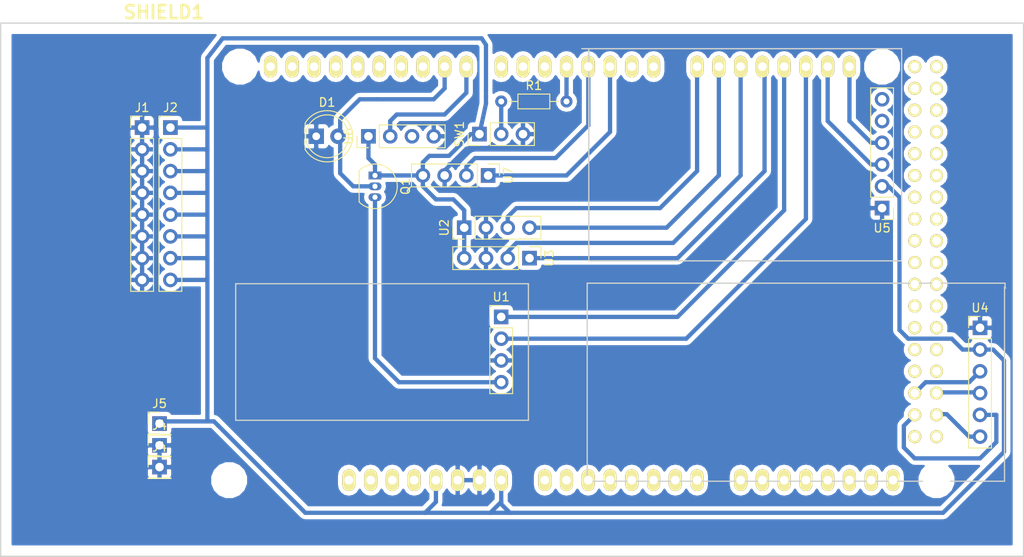
<source format=kicad_pcb>
(kicad_pcb (version 4) (host pcbnew 4.0.7)

  (general
    (links 58)
    (no_connects 0)
    (area 102.794999 70.9708 222.325001 135.965001)
    (thickness 1.6)
    (drawings 20)
    (tracks 152)
    (zones 0)
    (modules 17)
    (nets 86)
  )

  (page A4)
  (layers
    (0 F.Cu signal)
    (31 B.Cu signal)
    (32 B.Adhes user)
    (33 F.Adhes user)
    (34 B.Paste user)
    (35 F.Paste user)
    (36 B.SilkS user)
    (37 F.SilkS user)
    (38 B.Mask user)
    (39 F.Mask user)
    (40 Dwgs.User user)
    (41 Cmts.User user)
    (42 Eco1.User user)
    (43 Eco2.User user)
    (44 Edge.Cuts user)
    (45 Margin user)
    (46 B.CrtYd user)
    (47 F.CrtYd user)
    (48 B.Fab user)
    (49 F.Fab user)
  )

  (setup
    (last_trace_width 0.5)
    (user_trace_width 0.25)
    (user_trace_width 0.35)
    (user_trace_width 0.4)
    (user_trace_width 0.45)
    (user_trace_width 0.5)
    (trace_clearance 0.2)
    (zone_clearance 0.508)
    (zone_45_only no)
    (trace_min 0.2)
    (segment_width 0.2)
    (edge_width 0.15)
    (via_size 0.6)
    (via_drill 0.4)
    (via_min_size 0.4)
    (via_min_drill 0.3)
    (uvia_size 0.3)
    (uvia_drill 0.1)
    (uvias_allowed no)
    (uvia_min_size 0.2)
    (uvia_min_drill 0.1)
    (pcb_text_width 0.3)
    (pcb_text_size 1.5 1.5)
    (mod_edge_width 0.15)
    (mod_text_size 1 1)
    (mod_text_width 0.15)
    (pad_size 1.524 1.524)
    (pad_drill 0.762)
    (pad_to_mask_clearance 0.2)
    (aux_axis_origin 0 0)
    (visible_elements FFFFFF7F)
    (pcbplotparams
      (layerselection 0x00000_80000000)
      (usegerberextensions false)
      (excludeedgelayer true)
      (linewidth 0.100000)
      (plotframeref false)
      (viasonmask false)
      (mode 1)
      (useauxorigin false)
      (hpglpennumber 1)
      (hpglpenspeed 20)
      (hpglpendiameter 15)
      (hpglpenoverlay 2)
      (psnegative false)
      (psa4output false)
      (plotreference true)
      (plotvalue true)
      (plotinvisibletext false)
      (padsonsilk false)
      (subtractmaskfromsilk false)
      (outputformat 4)
      (mirror false)
      (drillshape 1)
      (scaleselection 1)
      (outputdirectory ./))
  )

  (net 0 "")
  (net 1 GND)
  (net 2 LED)
  (net 3 "Net-(R1-Pad1)")
  (net 4 INT)
  (net 5 TX3)
  (net 6 RX3)
  (net 7 TX2)
  (net 8 RX2)
  (net 9 TX1)
  (net 10 RX1)
  (net 11 SDA)
  (net 12 SCL)
  (net 13 "Net-(SHIELD1-PadAD15)")
  (net 14 "Net-(SHIELD1-PadAD14)")
  (net 15 "Net-(SHIELD1-PadAD13)")
  (net 16 "Net-(SHIELD1-PadAD12)")
  (net 17 "Net-(SHIELD1-PadAD8)")
  (net 18 "Net-(SHIELD1-PadAD7)")
  (net 19 "Net-(SHIELD1-PadAD6)")
  (net 20 "Net-(SHIELD1-PadAD9)")
  (net 21 "Net-(SHIELD1-PadAD10)")
  (net 22 "Net-(SHIELD1-PadAD11)")
  (net 23 "Net-(SHIELD1-PadAD5)")
  (net 24 "Net-(SHIELD1-PadAD4)")
  (net 25 "Net-(SHIELD1-PadAD3)")
  (net 26 "Net-(SHIELD1-PadAD0)")
  (net 27 "Net-(SHIELD1-PadAD1)")
  (net 28 "Net-(SHIELD1-PadAD2)")
  (net 29 "Net-(SHIELD1-Pad3V3)")
  (net 30 "Net-(SHIELD1-PadRST)")
  (net 31 "Net-(SHIELD1-Pad0)")
  (net 32 "Net-(SHIELD1-Pad1)")
  (net 33 "Net-(SHIELD1-Pad5)")
  (net 34 "Net-(SHIELD1-Pad6)")
  (net 35 "Net-(SHIELD1-Pad7)")
  (net 36 DAT)
  (net 37 "Net-(SHIELD1-Pad10)")
  (net 38 "Net-(SHIELD1-Pad11)")
  (net 39 "Net-(SHIELD1-Pad12)")
  (net 40 "Net-(SHIELD1-Pad13)")
  (net 41 "Net-(SHIELD1-PadGND3)")
  (net 42 "Net-(SHIELD1-PadAREF)")
  (net 43 "Net-(SHIELD1-Pad22)")
  (net 44 "Net-(SHIELD1-Pad23)")
  (net 45 "Net-(SHIELD1-Pad24)")
  (net 46 "Net-(SHIELD1-Pad25)")
  (net 47 "Net-(SHIELD1-Pad26)")
  (net 48 "Net-(SHIELD1-Pad27)")
  (net 49 "Net-(SHIELD1-Pad28)")
  (net 50 "Net-(SHIELD1-Pad29)")
  (net 51 "Net-(SHIELD1-Pad5V_4)")
  (net 52 "Net-(SHIELD1-Pad5V_5)")
  (net 53 "Net-(SHIELD1-Pad31)")
  (net 54 "Net-(SHIELD1-Pad30)")
  (net 55 "Net-(SHIELD1-Pad32)")
  (net 56 "Net-(SHIELD1-Pad33)")
  (net 57 "Net-(SHIELD1-Pad34)")
  (net 58 "Net-(SHIELD1-Pad35)")
  (net 59 "Net-(SHIELD1-Pad36)")
  (net 60 "Net-(SHIELD1-Pad37)")
  (net 61 "Net-(SHIELD1-Pad38)")
  (net 62 "Net-(SHIELD1-Pad39)")
  (net 63 "Net-(SHIELD1-Pad40)")
  (net 64 "Net-(SHIELD1-Pad41)")
  (net 65 "Net-(SHIELD1-Pad42)")
  (net 66 "Net-(SHIELD1-Pad43)")
  (net 67 "Net-(SHIELD1-Pad44)")
  (net 68 "Net-(SHIELD1-Pad45)")
  (net 69 "Net-(SHIELD1-Pad46)")
  (net 70 "Net-(SHIELD1-Pad47)")
  (net 71 "Net-(SHIELD1-Pad48)")
  (net 72 "Net-(SHIELD1-Pad49)")
  (net 73 MISO)
  (net 74 MOSI)
  (net 75 SCK)
  (net 76 CS)
  (net 77 "Net-(SHIELD1-PadGND4)")
  (net 78 "Net-(SHIELD1-PadGND5)")
  (net 79 "Net-(U5-Pad5)")
  (net 80 "Net-(U5-Pad6)")
  (net 81 "Net-(U6-Pad3)")
  (net 82 VIN)
  (net 83 "Net-(Q1-Pad3)")
  (net 84 LPO1)
  (net 85 LPO2)

  (net_class Default "Esta es la clase de red por defecto."
    (clearance 0.2)
    (trace_width 0.25)
    (via_dia 0.6)
    (via_drill 0.4)
    (uvia_dia 0.3)
    (uvia_drill 0.1)
    (add_net CS)
    (add_net DAT)
    (add_net GND)
    (add_net INT)
    (add_net LED)
    (add_net LPO1)
    (add_net LPO2)
    (add_net MISO)
    (add_net MOSI)
    (add_net "Net-(Q1-Pad3)")
    (add_net "Net-(R1-Pad1)")
    (add_net "Net-(SHIELD1-Pad0)")
    (add_net "Net-(SHIELD1-Pad1)")
    (add_net "Net-(SHIELD1-Pad10)")
    (add_net "Net-(SHIELD1-Pad11)")
    (add_net "Net-(SHIELD1-Pad12)")
    (add_net "Net-(SHIELD1-Pad13)")
    (add_net "Net-(SHIELD1-Pad22)")
    (add_net "Net-(SHIELD1-Pad23)")
    (add_net "Net-(SHIELD1-Pad24)")
    (add_net "Net-(SHIELD1-Pad25)")
    (add_net "Net-(SHIELD1-Pad26)")
    (add_net "Net-(SHIELD1-Pad27)")
    (add_net "Net-(SHIELD1-Pad28)")
    (add_net "Net-(SHIELD1-Pad29)")
    (add_net "Net-(SHIELD1-Pad30)")
    (add_net "Net-(SHIELD1-Pad31)")
    (add_net "Net-(SHIELD1-Pad32)")
    (add_net "Net-(SHIELD1-Pad33)")
    (add_net "Net-(SHIELD1-Pad34)")
    (add_net "Net-(SHIELD1-Pad35)")
    (add_net "Net-(SHIELD1-Pad36)")
    (add_net "Net-(SHIELD1-Pad37)")
    (add_net "Net-(SHIELD1-Pad38)")
    (add_net "Net-(SHIELD1-Pad39)")
    (add_net "Net-(SHIELD1-Pad3V3)")
    (add_net "Net-(SHIELD1-Pad40)")
    (add_net "Net-(SHIELD1-Pad41)")
    (add_net "Net-(SHIELD1-Pad42)")
    (add_net "Net-(SHIELD1-Pad43)")
    (add_net "Net-(SHIELD1-Pad44)")
    (add_net "Net-(SHIELD1-Pad45)")
    (add_net "Net-(SHIELD1-Pad46)")
    (add_net "Net-(SHIELD1-Pad47)")
    (add_net "Net-(SHIELD1-Pad48)")
    (add_net "Net-(SHIELD1-Pad49)")
    (add_net "Net-(SHIELD1-Pad5)")
    (add_net "Net-(SHIELD1-Pad5V_4)")
    (add_net "Net-(SHIELD1-Pad5V_5)")
    (add_net "Net-(SHIELD1-Pad6)")
    (add_net "Net-(SHIELD1-Pad7)")
    (add_net "Net-(SHIELD1-PadAD0)")
    (add_net "Net-(SHIELD1-PadAD1)")
    (add_net "Net-(SHIELD1-PadAD10)")
    (add_net "Net-(SHIELD1-PadAD11)")
    (add_net "Net-(SHIELD1-PadAD12)")
    (add_net "Net-(SHIELD1-PadAD13)")
    (add_net "Net-(SHIELD1-PadAD14)")
    (add_net "Net-(SHIELD1-PadAD15)")
    (add_net "Net-(SHIELD1-PadAD2)")
    (add_net "Net-(SHIELD1-PadAD3)")
    (add_net "Net-(SHIELD1-PadAD4)")
    (add_net "Net-(SHIELD1-PadAD5)")
    (add_net "Net-(SHIELD1-PadAD6)")
    (add_net "Net-(SHIELD1-PadAD7)")
    (add_net "Net-(SHIELD1-PadAD8)")
    (add_net "Net-(SHIELD1-PadAD9)")
    (add_net "Net-(SHIELD1-PadAREF)")
    (add_net "Net-(SHIELD1-PadGND3)")
    (add_net "Net-(SHIELD1-PadGND4)")
    (add_net "Net-(SHIELD1-PadGND5)")
    (add_net "Net-(SHIELD1-PadRST)")
    (add_net "Net-(U5-Pad5)")
    (add_net "Net-(U5-Pad6)")
    (add_net "Net-(U6-Pad3)")
    (add_net RX1)
    (add_net RX2)
    (add_net RX3)
    (add_net SCK)
    (add_net SCL)
    (add_net SDA)
    (add_net TX1)
    (add_net TX2)
    (add_net TX3)
    (add_net VIN)
  )

  (module Arduino:ARDUINO_MEGA_SHIELDl (layer F.Cu) (tedit 0) (tstamp 5AEF1E01)
    (at 115.57 129.54)
    (descr http://www.thingiverse.com/thing:9630)
    (path /5AEEEB1D)
    (fp_text reference SHIELD1 (at 6.35 -57.15) (layer F.SilkS)
      (effects (font (thickness 0.3048)))
    )
    (fp_text value ARDUINO_MEGA_SHIELD (at 13.97 -54.61) (layer F.SilkS) hide
      (effects (font (thickness 0.3048)))
    )
    (fp_line (start 0 -12.7) (end 12.065 -12.7) (layer Cmts.User) (width 0.127))
    (fp_line (start 12.065 -12.7) (end 12.065 0) (layer Cmts.User) (width 0.127))
    (fp_line (start 99.06 0) (end 0 0) (layer Cmts.User) (width 0.381))
    (fp_line (start 97.79 -53.34) (end 0 -53.34) (layer Cmts.User) (width 0.381))
    (fp_line (start 99.06 -40.64) (end 99.06 -52.07) (layer Cmts.User) (width 0.381))
    (fp_line (start 99.06 -52.07) (end 97.79 -53.34) (layer Cmts.User) (width 0.381))
    (fp_line (start 0 0) (end 0 -53.34) (layer Cmts.User) (width 0.381))
    (fp_line (start 99.06 -40.64) (end 101.6 -38.1) (layer Cmts.User) (width 0.381))
    (fp_line (start 101.6 -38.1) (end 101.6 -5.08) (layer Cmts.User) (width 0.381))
    (fp_line (start 101.6 -5.08) (end 99.06 -2.54) (layer Cmts.User) (width 0.381))
    (fp_line (start 99.06 -2.54) (end 99.06 0) (layer Cmts.User) (width 0.381))
    (pad 14 thru_hole oval (at 68.58 -50.8 90) (size 2.54 1.524) (drill 1.016) (layers *.Cu *.Mask F.SilkS)
      (net 5 TX3))
    (pad 15 thru_hole oval (at 71.12 -50.8 90) (size 2.54 1.524) (drill 1.016) (layers *.Cu *.Mask F.SilkS)
      (net 6 RX3))
    (pad 16 thru_hole oval (at 73.66 -50.8 90) (size 2.54 1.524) (drill 1.016) (layers *.Cu *.Mask F.SilkS)
      (net 7 TX2))
    (pad 17 thru_hole oval (at 76.2 -50.8 90) (size 2.54 1.524) (drill 1.016) (layers *.Cu *.Mask F.SilkS)
      (net 8 RX2))
    (pad 18 thru_hole oval (at 78.74 -50.8 90) (size 2.54 1.524) (drill 1.016) (layers *.Cu *.Mask F.SilkS)
      (net 9 TX1))
    (pad 19 thru_hole oval (at 81.28 -50.8 90) (size 2.54 1.524) (drill 1.016) (layers *.Cu *.Mask F.SilkS)
      (net 10 RX1))
    (pad 20 thru_hole oval (at 83.82 -50.8 90) (size 2.54 1.524) (drill 1.016) (layers *.Cu *.Mask F.SilkS)
      (net 11 SDA))
    (pad 21 thru_hole oval (at 86.36 -50.8 90) (size 2.54 1.524) (drill 1.016) (layers *.Cu *.Mask F.SilkS)
      (net 12 SCL))
    (pad AD15 thru_hole oval (at 91.44 -2.54 90) (size 2.54 1.524) (drill 1.016) (layers *.Cu *.Mask F.SilkS)
      (net 13 "Net-(SHIELD1-PadAD15)"))
    (pad AD14 thru_hole oval (at 88.9 -2.54 90) (size 2.54 1.524) (drill 1.016) (layers *.Cu *.Mask F.SilkS)
      (net 14 "Net-(SHIELD1-PadAD14)"))
    (pad AD13 thru_hole oval (at 86.36 -2.54 90) (size 2.54 1.524) (drill 1.016) (layers *.Cu *.Mask F.SilkS)
      (net 15 "Net-(SHIELD1-PadAD13)"))
    (pad AD12 thru_hole oval (at 83.82 -2.54 90) (size 2.54 1.524) (drill 1.016) (layers *.Cu *.Mask F.SilkS)
      (net 16 "Net-(SHIELD1-PadAD12)"))
    (pad AD8 thru_hole oval (at 73.66 -2.54 90) (size 2.54 1.524) (drill 1.016) (layers *.Cu *.Mask F.SilkS)
      (net 17 "Net-(SHIELD1-PadAD8)"))
    (pad AD7 thru_hole oval (at 68.58 -2.54 90) (size 2.54 1.524) (drill 1.016) (layers *.Cu *.Mask F.SilkS)
      (net 18 "Net-(SHIELD1-PadAD7)"))
    (pad AD6 thru_hole oval (at 66.04 -2.54 90) (size 2.54 1.524) (drill 1.016) (layers *.Cu *.Mask F.SilkS)
      (net 19 "Net-(SHIELD1-PadAD6)"))
    (pad AD9 thru_hole oval (at 76.2 -2.54 90) (size 2.54 1.524) (drill 1.016) (layers *.Cu *.Mask F.SilkS)
      (net 20 "Net-(SHIELD1-PadAD9)"))
    (pad AD10 thru_hole oval (at 78.74 -2.54 90) (size 2.54 1.524) (drill 1.016) (layers *.Cu *.Mask F.SilkS)
      (net 21 "Net-(SHIELD1-PadAD10)"))
    (pad AD11 thru_hole oval (at 81.28 -2.54 90) (size 2.54 1.524) (drill 1.016) (layers *.Cu *.Mask F.SilkS)
      (net 22 "Net-(SHIELD1-PadAD11)"))
    (pad AD5 thru_hole oval (at 63.5 -2.54 90) (size 2.54 1.524) (drill 1.016) (layers *.Cu *.Mask F.SilkS)
      (net 23 "Net-(SHIELD1-PadAD5)"))
    (pad AD4 thru_hole oval (at 60.96 -2.54 90) (size 2.54 1.524) (drill 1.016) (layers *.Cu *.Mask F.SilkS)
      (net 24 "Net-(SHIELD1-PadAD4)"))
    (pad AD3 thru_hole oval (at 58.42 -2.54 90) (size 2.54 1.524) (drill 1.016) (layers *.Cu *.Mask F.SilkS)
      (net 25 "Net-(SHIELD1-PadAD3)"))
    (pad AD0 thru_hole oval (at 50.8 -2.54 90) (size 2.54 1.524) (drill 1.016) (layers *.Cu *.Mask F.SilkS)
      (net 26 "Net-(SHIELD1-PadAD0)"))
    (pad AD1 thru_hole oval (at 53.34 -2.54 90) (size 2.54 1.524) (drill 1.016) (layers *.Cu *.Mask F.SilkS)
      (net 27 "Net-(SHIELD1-PadAD1)"))
    (pad AD2 thru_hole oval (at 55.88 -2.54 90) (size 2.54 1.524) (drill 1.016) (layers *.Cu *.Mask F.SilkS)
      (net 28 "Net-(SHIELD1-PadAD2)"))
    (pad V_IN thru_hole oval (at 45.72 -2.54 90) (size 2.54 1.524) (drill 1.016) (layers *.Cu *.Mask F.SilkS)
      (net 82 VIN))
    (pad GND2 thru_hole oval (at 43.18 -2.54 90) (size 2.54 1.524) (drill 1.016) (layers *.Cu *.Mask F.SilkS)
      (net 1 GND))
    (pad GND1 thru_hole oval (at 40.64 -2.54 90) (size 2.54 1.524) (drill 1.016) (layers *.Cu *.Mask F.SilkS)
      (net 1 GND))
    (pad 3V3 thru_hole oval (at 35.56 -2.54 90) (size 2.54 1.524) (drill 1.016) (layers *.Cu *.Mask F.SilkS)
      (net 29 "Net-(SHIELD1-Pad3V3)"))
    (pad RST thru_hole oval (at 33.02 -2.54 90) (size 2.54 1.524) (drill 1.016) (layers *.Cu *.Mask F.SilkS)
      (net 30 "Net-(SHIELD1-PadRST)"))
    (pad 0 thru_hole oval (at 63.5 -50.8 90) (size 2.54 1.524) (drill 1.016) (layers *.Cu *.Mask F.SilkS)
      (net 31 "Net-(SHIELD1-Pad0)"))
    (pad 1 thru_hole oval (at 60.96 -50.8 90) (size 2.54 1.524) (drill 1.016) (layers *.Cu *.Mask F.SilkS)
      (net 32 "Net-(SHIELD1-Pad1)"))
    (pad 2 thru_hole oval (at 58.42 -50.8 90) (size 2.54 1.524) (drill 1.016) (layers *.Cu *.Mask F.SilkS)
      (net 84 LPO1))
    (pad 3 thru_hole oval (at 55.88 -50.8 90) (size 2.54 1.524) (drill 1.016) (layers *.Cu *.Mask F.SilkS)
      (net 85 LPO2))
    (pad 4 thru_hole oval (at 53.34 -50.8 90) (size 2.54 1.524) (drill 1.016) (layers *.Cu *.Mask F.SilkS)
      (net 4 INT))
    (pad 5 thru_hole oval (at 50.8 -50.8 90) (size 2.54 1.524) (drill 1.016) (layers *.Cu *.Mask F.SilkS)
      (net 33 "Net-(SHIELD1-Pad5)"))
    (pad 6 thru_hole oval (at 48.26 -50.8 90) (size 2.54 1.524) (drill 1.016) (layers *.Cu *.Mask F.SilkS)
      (net 34 "Net-(SHIELD1-Pad6)"))
    (pad 7 thru_hole oval (at 45.72 -50.8 90) (size 2.54 1.524) (drill 1.016) (layers *.Cu *.Mask F.SilkS)
      (net 35 "Net-(SHIELD1-Pad7)"))
    (pad 8 thru_hole oval (at 41.656 -50.8 90) (size 2.54 1.524) (drill 1.016) (layers *.Cu *.Mask F.SilkS)
      (net 36 DAT))
    (pad 9 thru_hole oval (at 39.116 -50.8 90) (size 2.54 1.524) (drill 1.016) (layers *.Cu *.Mask F.SilkS)
      (net 2 LED))
    (pad 10 thru_hole oval (at 36.576 -50.8 90) (size 2.54 1.524) (drill 1.016) (layers *.Cu *.Mask F.SilkS)
      (net 37 "Net-(SHIELD1-Pad10)"))
    (pad 11 thru_hole oval (at 34.036 -50.8 90) (size 2.54 1.524) (drill 1.016) (layers *.Cu *.Mask F.SilkS)
      (net 38 "Net-(SHIELD1-Pad11)"))
    (pad 12 thru_hole oval (at 31.496 -50.8 90) (size 2.54 1.524) (drill 1.016) (layers *.Cu *.Mask F.SilkS)
      (net 39 "Net-(SHIELD1-Pad12)"))
    (pad 13 thru_hole oval (at 28.956 -50.8 90) (size 2.54 1.524) (drill 1.016) (layers *.Cu *.Mask F.SilkS)
      (net 40 "Net-(SHIELD1-Pad13)"))
    (pad GND3 thru_hole oval (at 26.416 -50.8 90) (size 2.54 1.524) (drill 1.016) (layers *.Cu *.Mask F.SilkS)
      (net 41 "Net-(SHIELD1-PadGND3)"))
    (pad AREF thru_hole oval (at 23.876 -50.8 90) (size 2.54 1.524) (drill 1.016) (layers *.Cu *.Mask F.SilkS)
      (net 42 "Net-(SHIELD1-PadAREF)"))
    (pad 5V thru_hole oval (at 38.1 -2.54 90) (size 2.54 1.524) (drill 1.016) (layers *.Cu *.Mask F.SilkS)
      (net 82 VIN))
    (pad "" np_thru_hole circle (at 96.52 -2.54 90) (size 3.175 3.175) (drill 3.175) (layers *.Cu *.Mask F.SilkS))
    (pad "" np_thru_hole circle (at 90.17 -50.8 90) (size 3.175 3.175) (drill 3.175) (layers *.Cu *.Mask F.SilkS))
    (pad "" np_thru_hole circle (at 15.24 -50.8 90) (size 3.175 3.175) (drill 3.175) (layers *.Cu *.Mask F.SilkS))
    (pad "" np_thru_hole circle (at 13.97 -2.54 90) (size 3.175 3.175) (drill 3.175) (layers *.Cu *.Mask F.SilkS))
    (pad 22 thru_hole circle (at 93.98 -48.26) (size 1.524 1.524) (drill 1.016) (layers *.Cu *.Mask F.SilkS)
      (net 43 "Net-(SHIELD1-Pad22)"))
    (pad 23 thru_hole circle (at 96.52 -48.26) (size 1.524 1.524) (drill 1.016) (layers *.Cu *.Mask F.SilkS)
      (net 44 "Net-(SHIELD1-Pad23)"))
    (pad 24 thru_hole circle (at 93.98 -45.72) (size 1.524 1.524) (drill 1.016) (layers *.Cu *.Mask F.SilkS)
      (net 45 "Net-(SHIELD1-Pad24)"))
    (pad 25 thru_hole circle (at 96.52 -45.72) (size 1.524 1.524) (drill 1.016) (layers *.Cu *.Mask F.SilkS)
      (net 46 "Net-(SHIELD1-Pad25)"))
    (pad 26 thru_hole circle (at 93.98 -43.18) (size 1.524 1.524) (drill 1.016) (layers *.Cu *.Mask F.SilkS)
      (net 47 "Net-(SHIELD1-Pad26)"))
    (pad 27 thru_hole circle (at 96.52 -43.18) (size 1.524 1.524) (drill 1.016) (layers *.Cu *.Mask F.SilkS)
      (net 48 "Net-(SHIELD1-Pad27)"))
    (pad 28 thru_hole circle (at 93.98 -40.64) (size 1.524 1.524) (drill 1.016) (layers *.Cu *.Mask F.SilkS)
      (net 49 "Net-(SHIELD1-Pad28)"))
    (pad 29 thru_hole circle (at 96.52 -40.64) (size 1.524 1.524) (drill 1.016) (layers *.Cu *.Mask F.SilkS)
      (net 50 "Net-(SHIELD1-Pad29)"))
    (pad 5V_4 thru_hole circle (at 93.98 -50.8) (size 1.524 1.524) (drill 1.016) (layers *.Cu *.Mask F.SilkS)
      (net 51 "Net-(SHIELD1-Pad5V_4)"))
    (pad 5V_5 thru_hole circle (at 96.52 -50.8) (size 1.524 1.524) (drill 1.016) (layers *.Cu *.Mask F.SilkS)
      (net 52 "Net-(SHIELD1-Pad5V_5)"))
    (pad 31 thru_hole circle (at 96.52 -38.1) (size 1.524 1.524) (drill 1.016) (layers *.Cu *.Mask F.SilkS)
      (net 53 "Net-(SHIELD1-Pad31)"))
    (pad 30 thru_hole circle (at 93.98 -38.1) (size 1.524 1.524) (drill 1.016) (layers *.Cu *.Mask F.SilkS)
      (net 54 "Net-(SHIELD1-Pad30)"))
    (pad 32 thru_hole circle (at 93.98 -35.56) (size 1.524 1.524) (drill 1.016) (layers *.Cu *.Mask F.SilkS)
      (net 55 "Net-(SHIELD1-Pad32)"))
    (pad 33 thru_hole circle (at 96.52 -35.56) (size 1.524 1.524) (drill 1.016) (layers *.Cu *.Mask F.SilkS)
      (net 56 "Net-(SHIELD1-Pad33)"))
    (pad 34 thru_hole circle (at 93.98 -33.02) (size 1.524 1.524) (drill 1.016) (layers *.Cu *.Mask F.SilkS)
      (net 57 "Net-(SHIELD1-Pad34)"))
    (pad 35 thru_hole circle (at 96.52 -33.02) (size 1.524 1.524) (drill 1.016) (layers *.Cu *.Mask F.SilkS)
      (net 58 "Net-(SHIELD1-Pad35)"))
    (pad 36 thru_hole circle (at 93.98 -30.48) (size 1.524 1.524) (drill 1.016) (layers *.Cu *.Mask F.SilkS)
      (net 59 "Net-(SHIELD1-Pad36)"))
    (pad 37 thru_hole circle (at 96.52 -30.48) (size 1.524 1.524) (drill 1.016) (layers *.Cu *.Mask F.SilkS)
      (net 60 "Net-(SHIELD1-Pad37)"))
    (pad 38 thru_hole circle (at 93.98 -27.94) (size 1.524 1.524) (drill 1.016) (layers *.Cu *.Mask F.SilkS)
      (net 61 "Net-(SHIELD1-Pad38)"))
    (pad 39 thru_hole circle (at 96.52 -27.94) (size 1.524 1.524) (drill 1.016) (layers *.Cu *.Mask F.SilkS)
      (net 62 "Net-(SHIELD1-Pad39)"))
    (pad 40 thru_hole circle (at 93.98 -25.4) (size 1.524 1.524) (drill 1.016) (layers *.Cu *.Mask F.SilkS)
      (net 63 "Net-(SHIELD1-Pad40)"))
    (pad 41 thru_hole circle (at 96.52 -25.4) (size 1.524 1.524) (drill 1.016) (layers *.Cu *.Mask F.SilkS)
      (net 64 "Net-(SHIELD1-Pad41)"))
    (pad 42 thru_hole circle (at 93.98 -22.86) (size 1.524 1.524) (drill 1.016) (layers *.Cu *.Mask F.SilkS)
      (net 65 "Net-(SHIELD1-Pad42)"))
    (pad 43 thru_hole circle (at 96.52 -22.86) (size 1.524 1.524) (drill 1.016) (layers *.Cu *.Mask F.SilkS)
      (net 66 "Net-(SHIELD1-Pad43)"))
    (pad 44 thru_hole circle (at 93.98 -20.32) (size 1.524 1.524) (drill 1.016) (layers *.Cu *.Mask F.SilkS)
      (net 67 "Net-(SHIELD1-Pad44)"))
    (pad 45 thru_hole circle (at 96.52 -20.32) (size 1.524 1.524) (drill 1.016) (layers *.Cu *.Mask F.SilkS)
      (net 68 "Net-(SHIELD1-Pad45)"))
    (pad 46 thru_hole circle (at 93.98 -17.78) (size 1.524 1.524) (drill 1.016) (layers *.Cu *.Mask F.SilkS)
      (net 69 "Net-(SHIELD1-Pad46)"))
    (pad 47 thru_hole circle (at 96.52 -17.78) (size 1.524 1.524) (drill 1.016) (layers *.Cu *.Mask F.SilkS)
      (net 70 "Net-(SHIELD1-Pad47)"))
    (pad 48 thru_hole circle (at 93.98 -15.24) (size 1.524 1.524) (drill 1.016) (layers *.Cu *.Mask F.SilkS)
      (net 71 "Net-(SHIELD1-Pad48)"))
    (pad 49 thru_hole circle (at 96.52 -15.24) (size 1.524 1.524) (drill 1.016) (layers *.Cu *.Mask F.SilkS)
      (net 72 "Net-(SHIELD1-Pad49)"))
    (pad 50 thru_hole circle (at 93.98 -12.7) (size 1.524 1.524) (drill 1.016) (layers *.Cu *.Mask F.SilkS)
      (net 73 MISO))
    (pad 51 thru_hole circle (at 96.52 -12.7) (size 1.524 1.524) (drill 1.016) (layers *.Cu *.Mask F.SilkS)
      (net 74 MOSI))
    (pad 52 thru_hole circle (at 93.98 -10.16) (size 1.524 1.524) (drill 1.016) (layers *.Cu *.Mask F.SilkS)
      (net 75 SCK))
    (pad 53 thru_hole circle (at 96.52 -10.16) (size 1.524 1.524) (drill 1.016) (layers *.Cu *.Mask F.SilkS)
      (net 76 CS))
    (pad GND4 thru_hole circle (at 93.98 -7.62) (size 1.524 1.524) (drill 1.016) (layers *.Cu *.Mask F.SilkS)
      (net 77 "Net-(SHIELD1-PadGND4)"))
    (pad GND5 thru_hole circle (at 96.52 -7.62) (size 1.524 1.524) (drill 1.016) (layers *.Cu *.Mask F.SilkS)
      (net 78 "Net-(SHIELD1-PadGND5)"))
    (pad IO_R thru_hole oval (at 30.48 -2.54 90) (size 2.54 1.524) (drill 1.016) (layers *.Cu *.Mask F.SilkS))
    (pad NC thru_hole oval (at 27.94 -2.54 90) (size 2.54 1.524) (drill 1.016) (layers *.Cu *.Mask F.SilkS))
    (pad SDA thru_hole oval (at 21.336 -50.8 90) (size 2.54 1.524) (drill 1.016) (layers *.Cu *.Mask F.SilkS))
    (pad SCL thru_hole oval (at 18.796 -50.8 90) (size 2.54 1.524) (drill 1.016) (layers *.Cu *.Mask F.SilkS))
    (model packages3d\nick\ArduinoMegaShield.wrl
      (at (xyz 0 0 0))
      (scale (xyz 1 1 1))
      (rotate (xyz 0 0 0))
    )
  )

  (module Pin_Headers:Pin_Header_Straight_1x01_Pitch2.54mm (layer F.Cu) (tedit 59650532) (tstamp 5AEF20FD)
    (at 121.412 122.936)
    (descr "Through hole straight pin header, 1x01, 2.54mm pitch, single row")
    (tags "Through hole pin header THT 1x01 2.54mm single row")
    (path /5AEDA3DA)
    (fp_text reference J4 (at 0 -2.33) (layer F.SilkS)
      (effects (font (size 1 1) (thickness 0.15)))
    )
    (fp_text value Input_GND (at 0 2.33) (layer F.Fab)
      (effects (font (size 1 1) (thickness 0.15)))
    )
    (fp_line (start -0.635 -1.27) (end 1.27 -1.27) (layer F.Fab) (width 0.1))
    (fp_line (start 1.27 -1.27) (end 1.27 1.27) (layer F.Fab) (width 0.1))
    (fp_line (start 1.27 1.27) (end -1.27 1.27) (layer F.Fab) (width 0.1))
    (fp_line (start -1.27 1.27) (end -1.27 -0.635) (layer F.Fab) (width 0.1))
    (fp_line (start -1.27 -0.635) (end -0.635 -1.27) (layer F.Fab) (width 0.1))
    (fp_line (start -1.33 1.33) (end 1.33 1.33) (layer F.SilkS) (width 0.12))
    (fp_line (start -1.33 1.27) (end -1.33 1.33) (layer F.SilkS) (width 0.12))
    (fp_line (start 1.33 1.27) (end 1.33 1.33) (layer F.SilkS) (width 0.12))
    (fp_line (start -1.33 1.27) (end 1.33 1.27) (layer F.SilkS) (width 0.12))
    (fp_line (start -1.33 0) (end -1.33 -1.33) (layer F.SilkS) (width 0.12))
    (fp_line (start -1.33 -1.33) (end 0 -1.33) (layer F.SilkS) (width 0.12))
    (fp_line (start -1.8 -1.8) (end -1.8 1.8) (layer F.CrtYd) (width 0.05))
    (fp_line (start -1.8 1.8) (end 1.8 1.8) (layer F.CrtYd) (width 0.05))
    (fp_line (start 1.8 1.8) (end 1.8 -1.8) (layer F.CrtYd) (width 0.05))
    (fp_line (start 1.8 -1.8) (end -1.8 -1.8) (layer F.CrtYd) (width 0.05))
    (fp_text user %R (at 0 0 90) (layer F.Fab)
      (effects (font (size 1 1) (thickness 0.15)))
    )
    (pad 1 thru_hole rect (at 0 0) (size 1.7 1.7) (drill 1) (layers *.Cu *.Mask)
      (net 1 GND))
    (model ${KISYS3DMOD}/Pin_Headers.3dshapes/Pin_Header_Straight_1x01_Pitch2.54mm.wrl
      (at (xyz 0 0 0))
      (scale (xyz 1 1 1))
      (rotate (xyz 0 0 0))
    )
  )

  (module LEDs:LED_D5.0mm (layer F.Cu) (tedit 5995936A) (tstamp 5AEF09D6)
    (at 139.7 86.868)
    (descr "LED, diameter 5.0mm, 2 pins, http://cdn-reichelt.de/documents/datenblatt/A500/LL-504BC2E-009.pdf")
    (tags "LED diameter 5.0mm 2 pins")
    (path /5AEF0D5A)
    (fp_text reference D1 (at 1.27 -3.96) (layer F.SilkS)
      (effects (font (size 1 1) (thickness 0.15)))
    )
    (fp_text value Bluetooth_LED (at 1.27 3.96) (layer F.Fab)
      (effects (font (size 1 1) (thickness 0.15)))
    )
    (fp_arc (start 1.27 0) (end -1.23 -1.469694) (angle 299.1) (layer F.Fab) (width 0.1))
    (fp_arc (start 1.27 0) (end -1.29 -1.54483) (angle 148.9) (layer F.SilkS) (width 0.12))
    (fp_arc (start 1.27 0) (end -1.29 1.54483) (angle -148.9) (layer F.SilkS) (width 0.12))
    (fp_circle (center 1.27 0) (end 3.77 0) (layer F.Fab) (width 0.1))
    (fp_circle (center 1.27 0) (end 3.77 0) (layer F.SilkS) (width 0.12))
    (fp_line (start -1.23 -1.469694) (end -1.23 1.469694) (layer F.Fab) (width 0.1))
    (fp_line (start -1.29 -1.545) (end -1.29 1.545) (layer F.SilkS) (width 0.12))
    (fp_line (start -1.95 -3.25) (end -1.95 3.25) (layer F.CrtYd) (width 0.05))
    (fp_line (start -1.95 3.25) (end 4.5 3.25) (layer F.CrtYd) (width 0.05))
    (fp_line (start 4.5 3.25) (end 4.5 -3.25) (layer F.CrtYd) (width 0.05))
    (fp_line (start 4.5 -3.25) (end -1.95 -3.25) (layer F.CrtYd) (width 0.05))
    (fp_text user %R (at 1.25 0) (layer F.Fab)
      (effects (font (size 0.8 0.8) (thickness 0.2)))
    )
    (pad 1 thru_hole rect (at 0 0) (size 1.8 1.8) (drill 0.9) (layers *.Cu *.Mask)
      (net 1 GND))
    (pad 2 thru_hole circle (at 2.54 0) (size 1.8 1.8) (drill 0.9) (layers *.Cu *.Mask)
      (net 2 LED))
    (model ${KISYS3DMOD}/LEDs.3dshapes/LED_D5.0mm.wrl
      (at (xyz 0 0 0))
      (scale (xyz 0.393701 0.393701 0.393701))
      (rotate (xyz 0 0 0))
    )
  )

  (module Pin_Headers:Pin_Header_Straight_1x01_Pitch2.54mm (layer F.Cu) (tedit 59650532) (tstamp 5AEF09DB)
    (at 121.412 125.476)
    (descr "Through hole straight pin header, 1x01, 2.54mm pitch, single row")
    (tags "Through hole pin header THT 1x01 2.54mm single row")
    (path /5AEDA3DA)
    (fp_text reference J4 (at 0 -2.33) (layer F.SilkS)
      (effects (font (size 1 1) (thickness 0.15)))
    )
    (fp_text value Input_GND (at 0 2.33) (layer F.Fab)
      (effects (font (size 1 1) (thickness 0.15)))
    )
    (fp_line (start -0.635 -1.27) (end 1.27 -1.27) (layer F.Fab) (width 0.1))
    (fp_line (start 1.27 -1.27) (end 1.27 1.27) (layer F.Fab) (width 0.1))
    (fp_line (start 1.27 1.27) (end -1.27 1.27) (layer F.Fab) (width 0.1))
    (fp_line (start -1.27 1.27) (end -1.27 -0.635) (layer F.Fab) (width 0.1))
    (fp_line (start -1.27 -0.635) (end -0.635 -1.27) (layer F.Fab) (width 0.1))
    (fp_line (start -1.33 1.33) (end 1.33 1.33) (layer F.SilkS) (width 0.12))
    (fp_line (start -1.33 1.27) (end -1.33 1.33) (layer F.SilkS) (width 0.12))
    (fp_line (start 1.33 1.27) (end 1.33 1.33) (layer F.SilkS) (width 0.12))
    (fp_line (start -1.33 1.27) (end 1.33 1.27) (layer F.SilkS) (width 0.12))
    (fp_line (start -1.33 0) (end -1.33 -1.33) (layer F.SilkS) (width 0.12))
    (fp_line (start -1.33 -1.33) (end 0 -1.33) (layer F.SilkS) (width 0.12))
    (fp_line (start -1.8 -1.8) (end -1.8 1.8) (layer F.CrtYd) (width 0.05))
    (fp_line (start -1.8 1.8) (end 1.8 1.8) (layer F.CrtYd) (width 0.05))
    (fp_line (start 1.8 1.8) (end 1.8 -1.8) (layer F.CrtYd) (width 0.05))
    (fp_line (start 1.8 -1.8) (end -1.8 -1.8) (layer F.CrtYd) (width 0.05))
    (fp_text user %R (at 0 0 90) (layer F.Fab)
      (effects (font (size 1 1) (thickness 0.15)))
    )
    (pad 1 thru_hole rect (at 0 0) (size 1.7 1.7) (drill 1) (layers *.Cu *.Mask)
      (net 1 GND))
    (model ${KISYS3DMOD}/Pin_Headers.3dshapes/Pin_Header_Straight_1x01_Pitch2.54mm.wrl
      (at (xyz 0 0 0))
      (scale (xyz 1 1 1))
      (rotate (xyz 0 0 0))
    )
  )

  (module Pin_Headers:Pin_Header_Straight_1x01_Pitch2.54mm (layer F.Cu) (tedit 59650532) (tstamp 5AEF09E0)
    (at 121.412 120.396)
    (descr "Through hole straight pin header, 1x01, 2.54mm pitch, single row")
    (tags "Through hole pin header THT 1x01 2.54mm single row")
    (path /5AEDA37A)
    (fp_text reference J5 (at 0 -2.33) (layer F.SilkS)
      (effects (font (size 1 1) (thickness 0.15)))
    )
    (fp_text value Input5v (at 0 2.33) (layer F.Fab)
      (effects (font (size 1 1) (thickness 0.15)))
    )
    (fp_line (start -0.635 -1.27) (end 1.27 -1.27) (layer F.Fab) (width 0.1))
    (fp_line (start 1.27 -1.27) (end 1.27 1.27) (layer F.Fab) (width 0.1))
    (fp_line (start 1.27 1.27) (end -1.27 1.27) (layer F.Fab) (width 0.1))
    (fp_line (start -1.27 1.27) (end -1.27 -0.635) (layer F.Fab) (width 0.1))
    (fp_line (start -1.27 -0.635) (end -0.635 -1.27) (layer F.Fab) (width 0.1))
    (fp_line (start -1.33 1.33) (end 1.33 1.33) (layer F.SilkS) (width 0.12))
    (fp_line (start -1.33 1.27) (end -1.33 1.33) (layer F.SilkS) (width 0.12))
    (fp_line (start 1.33 1.27) (end 1.33 1.33) (layer F.SilkS) (width 0.12))
    (fp_line (start -1.33 1.27) (end 1.33 1.27) (layer F.SilkS) (width 0.12))
    (fp_line (start -1.33 0) (end -1.33 -1.33) (layer F.SilkS) (width 0.12))
    (fp_line (start -1.33 -1.33) (end 0 -1.33) (layer F.SilkS) (width 0.12))
    (fp_line (start -1.8 -1.8) (end -1.8 1.8) (layer F.CrtYd) (width 0.05))
    (fp_line (start -1.8 1.8) (end 1.8 1.8) (layer F.CrtYd) (width 0.05))
    (fp_line (start 1.8 1.8) (end 1.8 -1.8) (layer F.CrtYd) (width 0.05))
    (fp_line (start 1.8 -1.8) (end -1.8 -1.8) (layer F.CrtYd) (width 0.05))
    (fp_text user %R (at 0 0 90) (layer F.Fab)
      (effects (font (size 1 1) (thickness 0.15)))
    )
    (pad 1 thru_hole rect (at 0 0) (size 1.7 1.7) (drill 1) (layers *.Cu *.Mask)
      (net 82 VIN))
    (model ${KISYS3DMOD}/Pin_Headers.3dshapes/Pin_Header_Straight_1x01_Pitch2.54mm.wrl
      (at (xyz 0 0 0))
      (scale (xyz 1 1 1))
      (rotate (xyz 0 0 0))
    )
  )

  (module Pin_Headers:Pin_Header_Straight_1x03_Pitch2.54mm (layer F.Cu) (tedit 59650532) (tstamp 5AEF0A53)
    (at 158.75 86.614 90)
    (descr "Through hole straight pin header, 1x03, 2.54mm pitch, single row")
    (tags "Through hole pin header THT 1x03 2.54mm single row")
    (path /5AEF0E96)
    (fp_text reference SW1 (at 0 -2.33 90) (layer F.SilkS)
      (effects (font (size 1 1) (thickness 0.15)))
    )
    (fp_text value Bluetooth_switch (at 0 7.41 90) (layer F.Fab)
      (effects (font (size 1 1) (thickness 0.15)))
    )
    (fp_line (start -0.635 -1.27) (end 1.27 -1.27) (layer F.Fab) (width 0.1))
    (fp_line (start 1.27 -1.27) (end 1.27 6.35) (layer F.Fab) (width 0.1))
    (fp_line (start 1.27 6.35) (end -1.27 6.35) (layer F.Fab) (width 0.1))
    (fp_line (start -1.27 6.35) (end -1.27 -0.635) (layer F.Fab) (width 0.1))
    (fp_line (start -1.27 -0.635) (end -0.635 -1.27) (layer F.Fab) (width 0.1))
    (fp_line (start -1.33 6.41) (end 1.33 6.41) (layer F.SilkS) (width 0.12))
    (fp_line (start -1.33 1.27) (end -1.33 6.41) (layer F.SilkS) (width 0.12))
    (fp_line (start 1.33 1.27) (end 1.33 6.41) (layer F.SilkS) (width 0.12))
    (fp_line (start -1.33 1.27) (end 1.33 1.27) (layer F.SilkS) (width 0.12))
    (fp_line (start -1.33 0) (end -1.33 -1.33) (layer F.SilkS) (width 0.12))
    (fp_line (start -1.33 -1.33) (end 0 -1.33) (layer F.SilkS) (width 0.12))
    (fp_line (start -1.8 -1.8) (end -1.8 6.85) (layer F.CrtYd) (width 0.05))
    (fp_line (start -1.8 6.85) (end 1.8 6.85) (layer F.CrtYd) (width 0.05))
    (fp_line (start 1.8 6.85) (end 1.8 -1.8) (layer F.CrtYd) (width 0.05))
    (fp_line (start 1.8 -1.8) (end -1.8 -1.8) (layer F.CrtYd) (width 0.05))
    (fp_text user %R (at 0 2.54 180) (layer F.Fab)
      (effects (font (size 1 1) (thickness 0.15)))
    )
    (pad 1 thru_hole rect (at 0 0 90) (size 1.7 1.7) (drill 1) (layers *.Cu *.Mask)
      (net 82 VIN))
    (pad 2 thru_hole oval (at 0 2.54 90) (size 1.7 1.7) (drill 1) (layers *.Cu *.Mask)
      (net 3 "Net-(R1-Pad1)"))
    (pad 3 thru_hole oval (at 0 5.08 90) (size 1.7 1.7) (drill 1) (layers *.Cu *.Mask)
      (net 1 GND))
    (model ${KISYS3DMOD}/Pin_Headers.3dshapes/Pin_Header_Straight_1x03_Pitch2.54mm.wrl
      (at (xyz 0 0 0))
      (scale (xyz 1 1 1))
      (rotate (xyz 0 0 0))
    )
  )

  (module Pin_Headers:Pin_Header_Straight_1x04_Pitch2.54mm (layer F.Cu) (tedit 59650532) (tstamp 5AEF0A5B)
    (at 161.29 107.95)
    (descr "Through hole straight pin header, 1x04, 2.54mm pitch, single row")
    (tags "Through hole pin header THT 1x04 2.54mm single row")
    (path /5AEC2D38)
    (fp_text reference U1 (at 0 -2.33) (layer F.SilkS)
      (effects (font (size 1 1) (thickness 0.15)))
    )
    (fp_text value Bluetooth_HC06 (at 0 9.95) (layer F.Fab)
      (effects (font (size 1 1) (thickness 0.15)))
    )
    (fp_line (start -0.635 -1.27) (end 1.27 -1.27) (layer F.Fab) (width 0.1))
    (fp_line (start 1.27 -1.27) (end 1.27 8.89) (layer F.Fab) (width 0.1))
    (fp_line (start 1.27 8.89) (end -1.27 8.89) (layer F.Fab) (width 0.1))
    (fp_line (start -1.27 8.89) (end -1.27 -0.635) (layer F.Fab) (width 0.1))
    (fp_line (start -1.27 -0.635) (end -0.635 -1.27) (layer F.Fab) (width 0.1))
    (fp_line (start -1.33 8.95) (end 1.33 8.95) (layer F.SilkS) (width 0.12))
    (fp_line (start -1.33 1.27) (end -1.33 8.95) (layer F.SilkS) (width 0.12))
    (fp_line (start 1.33 1.27) (end 1.33 8.95) (layer F.SilkS) (width 0.12))
    (fp_line (start -1.33 1.27) (end 1.33 1.27) (layer F.SilkS) (width 0.12))
    (fp_line (start -1.33 0) (end -1.33 -1.33) (layer F.SilkS) (width 0.12))
    (fp_line (start -1.33 -1.33) (end 0 -1.33) (layer F.SilkS) (width 0.12))
    (fp_line (start -1.8 -1.8) (end -1.8 9.4) (layer F.CrtYd) (width 0.05))
    (fp_line (start -1.8 9.4) (end 1.8 9.4) (layer F.CrtYd) (width 0.05))
    (fp_line (start 1.8 9.4) (end 1.8 -1.8) (layer F.CrtYd) (width 0.05))
    (fp_line (start 1.8 -1.8) (end -1.8 -1.8) (layer F.CrtYd) (width 0.05))
    (fp_text user %R (at 0 3.81 90) (layer F.Fab)
      (effects (font (size 1 1) (thickness 0.15)))
    )
    (pad 1 thru_hole rect (at 0 0) (size 1.7 1.7) (drill 1) (layers *.Cu *.Mask)
      (net 9 TX1))
    (pad 2 thru_hole oval (at 0 2.54) (size 1.7 1.7) (drill 1) (layers *.Cu *.Mask)
      (net 10 RX1))
    (pad 3 thru_hole oval (at 0 5.08) (size 1.7 1.7) (drill 1) (layers *.Cu *.Mask)
      (net 1 GND))
    (pad 4 thru_hole oval (at 0 7.62) (size 1.7 1.7) (drill 1) (layers *.Cu *.Mask)
      (net 83 "Net-(Q1-Pad3)"))
    (model ${KISYS3DMOD}/Pin_Headers.3dshapes/Pin_Header_Straight_1x04_Pitch2.54mm.wrl
      (at (xyz 0 0 0))
      (scale (xyz 1 1 1))
      (rotate (xyz 0 0 0))
    )
  )

  (module Pin_Headers:Pin_Header_Straight_1x06_Pitch2.54mm (layer F.Cu) (tedit 59650532) (tstamp 5AEF0A75)
    (at 217.17 109.22)
    (descr "Through hole straight pin header, 1x06, 2.54mm pitch, single row")
    (tags "Through hole pin header THT 1x06 2.54mm single row")
    (path /5AEC3DF1)
    (fp_text reference U4 (at 0 -2.33) (layer F.SilkS)
      (effects (font (size 1 1) (thickness 0.15)))
    )
    (fp_text value SD_Module (at 0 15.03) (layer F.Fab)
      (effects (font (size 1 1) (thickness 0.15)))
    )
    (fp_line (start -0.635 -1.27) (end 1.27 -1.27) (layer F.Fab) (width 0.1))
    (fp_line (start 1.27 -1.27) (end 1.27 13.97) (layer F.Fab) (width 0.1))
    (fp_line (start 1.27 13.97) (end -1.27 13.97) (layer F.Fab) (width 0.1))
    (fp_line (start -1.27 13.97) (end -1.27 -0.635) (layer F.Fab) (width 0.1))
    (fp_line (start -1.27 -0.635) (end -0.635 -1.27) (layer F.Fab) (width 0.1))
    (fp_line (start -1.33 14.03) (end 1.33 14.03) (layer F.SilkS) (width 0.12))
    (fp_line (start -1.33 1.27) (end -1.33 14.03) (layer F.SilkS) (width 0.12))
    (fp_line (start 1.33 1.27) (end 1.33 14.03) (layer F.SilkS) (width 0.12))
    (fp_line (start -1.33 1.27) (end 1.33 1.27) (layer F.SilkS) (width 0.12))
    (fp_line (start -1.33 0) (end -1.33 -1.33) (layer F.SilkS) (width 0.12))
    (fp_line (start -1.33 -1.33) (end 0 -1.33) (layer F.SilkS) (width 0.12))
    (fp_line (start -1.8 -1.8) (end -1.8 14.5) (layer F.CrtYd) (width 0.05))
    (fp_line (start -1.8 14.5) (end 1.8 14.5) (layer F.CrtYd) (width 0.05))
    (fp_line (start 1.8 14.5) (end 1.8 -1.8) (layer F.CrtYd) (width 0.05))
    (fp_line (start 1.8 -1.8) (end -1.8 -1.8) (layer F.CrtYd) (width 0.05))
    (fp_text user %R (at 0 6.35 90) (layer F.Fab)
      (effects (font (size 1 1) (thickness 0.15)))
    )
    (pad 1 thru_hole rect (at 0 0) (size 1.7 1.7) (drill 1) (layers *.Cu *.Mask)
      (net 1 GND))
    (pad 2 thru_hole oval (at 0 2.54) (size 1.7 1.7) (drill 1) (layers *.Cu *.Mask)
      (net 82 VIN))
    (pad 3 thru_hole oval (at 0 5.08) (size 1.7 1.7) (drill 1) (layers *.Cu *.Mask)
      (net 73 MISO))
    (pad 4 thru_hole oval (at 0 7.62) (size 1.7 1.7) (drill 1) (layers *.Cu *.Mask)
      (net 74 MOSI))
    (pad 5 thru_hole oval (at 0 10.16) (size 1.7 1.7) (drill 1) (layers *.Cu *.Mask)
      (net 75 SCK))
    (pad 6 thru_hole oval (at 0 12.7) (size 1.7 1.7) (drill 1) (layers *.Cu *.Mask)
      (net 76 CS))
    (model ${KISYS3DMOD}/Pin_Headers.3dshapes/Pin_Header_Straight_1x06_Pitch2.54mm.wrl
      (at (xyz 0 0 0))
      (scale (xyz 1 1 1))
      (rotate (xyz 0 0 0))
    )
  )

  (module Pin_Headers:Pin_Header_Straight_1x06_Pitch2.54mm (layer F.Cu) (tedit 59650532) (tstamp 5AEF0A7F)
    (at 205.74 95.25 180)
    (descr "Through hole straight pin header, 1x06, 2.54mm pitch, single row")
    (tags "Through hole pin header THT 1x06 2.54mm single row")
    (path /5AEC3494)
    (fp_text reference U5 (at 0 -2.33 180) (layer F.SilkS)
      (effects (font (size 1 1) (thickness 0.15)))
    )
    (fp_text value RTCClock (at 0 15.03 180) (layer F.Fab)
      (effects (font (size 1 1) (thickness 0.15)))
    )
    (fp_line (start -0.635 -1.27) (end 1.27 -1.27) (layer F.Fab) (width 0.1))
    (fp_line (start 1.27 -1.27) (end 1.27 13.97) (layer F.Fab) (width 0.1))
    (fp_line (start 1.27 13.97) (end -1.27 13.97) (layer F.Fab) (width 0.1))
    (fp_line (start -1.27 13.97) (end -1.27 -0.635) (layer F.Fab) (width 0.1))
    (fp_line (start -1.27 -0.635) (end -0.635 -1.27) (layer F.Fab) (width 0.1))
    (fp_line (start -1.33 14.03) (end 1.33 14.03) (layer F.SilkS) (width 0.12))
    (fp_line (start -1.33 1.27) (end -1.33 14.03) (layer F.SilkS) (width 0.12))
    (fp_line (start 1.33 1.27) (end 1.33 14.03) (layer F.SilkS) (width 0.12))
    (fp_line (start -1.33 1.27) (end 1.33 1.27) (layer F.SilkS) (width 0.12))
    (fp_line (start -1.33 0) (end -1.33 -1.33) (layer F.SilkS) (width 0.12))
    (fp_line (start -1.33 -1.33) (end 0 -1.33) (layer F.SilkS) (width 0.12))
    (fp_line (start -1.8 -1.8) (end -1.8 14.5) (layer F.CrtYd) (width 0.05))
    (fp_line (start -1.8 14.5) (end 1.8 14.5) (layer F.CrtYd) (width 0.05))
    (fp_line (start 1.8 14.5) (end 1.8 -1.8) (layer F.CrtYd) (width 0.05))
    (fp_line (start 1.8 -1.8) (end -1.8 -1.8) (layer F.CrtYd) (width 0.05))
    (fp_text user %R (at 0 6.35 270) (layer F.Fab)
      (effects (font (size 1 1) (thickness 0.15)))
    )
    (pad 1 thru_hole rect (at 0 0 180) (size 1.7 1.7) (drill 1) (layers *.Cu *.Mask)
      (net 1 GND))
    (pad 2 thru_hole oval (at 0 2.54 180) (size 1.7 1.7) (drill 1) (layers *.Cu *.Mask)
      (net 82 VIN))
    (pad 3 thru_hole oval (at 0 5.08 180) (size 1.7 1.7) (drill 1) (layers *.Cu *.Mask)
      (net 11 SDA))
    (pad 4 thru_hole oval (at 0 7.62 180) (size 1.7 1.7) (drill 1) (layers *.Cu *.Mask)
      (net 12 SCL))
    (pad 5 thru_hole oval (at 0 10.16 180) (size 1.7 1.7) (drill 1) (layers *.Cu *.Mask)
      (net 79 "Net-(U5-Pad5)"))
    (pad 6 thru_hole oval (at 0 12.7 180) (size 1.7 1.7) (drill 1) (layers *.Cu *.Mask)
      (net 80 "Net-(U5-Pad6)"))
    (model ${KISYS3DMOD}/Pin_Headers.3dshapes/Pin_Header_Straight_1x06_Pitch2.54mm.wrl
      (at (xyz 0 0 0))
      (scale (xyz 1 1 1))
      (rotate (xyz 0 0 0))
    )
  )

  (module Pin_Headers:Pin_Header_Straight_1x04_Pitch2.54mm (layer F.Cu) (tedit 59650532) (tstamp 5AEF1F55)
    (at 145.796 86.868 90)
    (descr "Through hole straight pin header, 1x04, 2.54mm pitch, single row")
    (tags "Through hole pin header THT 1x04 2.54mm single row")
    (path /5AEF0879)
    (fp_text reference U6 (at 0 -2.33 90) (layer F.SilkS)
      (effects (font (size 1 1) (thickness 0.15)))
    )
    (fp_text value DHT (at 0 9.95 90) (layer F.Fab)
      (effects (font (size 1 1) (thickness 0.15)))
    )
    (fp_line (start -0.635 -1.27) (end 1.27 -1.27) (layer F.Fab) (width 0.1))
    (fp_line (start 1.27 -1.27) (end 1.27 8.89) (layer F.Fab) (width 0.1))
    (fp_line (start 1.27 8.89) (end -1.27 8.89) (layer F.Fab) (width 0.1))
    (fp_line (start -1.27 8.89) (end -1.27 -0.635) (layer F.Fab) (width 0.1))
    (fp_line (start -1.27 -0.635) (end -0.635 -1.27) (layer F.Fab) (width 0.1))
    (fp_line (start -1.33 8.95) (end 1.33 8.95) (layer F.SilkS) (width 0.12))
    (fp_line (start -1.33 1.27) (end -1.33 8.95) (layer F.SilkS) (width 0.12))
    (fp_line (start 1.33 1.27) (end 1.33 8.95) (layer F.SilkS) (width 0.12))
    (fp_line (start -1.33 1.27) (end 1.33 1.27) (layer F.SilkS) (width 0.12))
    (fp_line (start -1.33 0) (end -1.33 -1.33) (layer F.SilkS) (width 0.12))
    (fp_line (start -1.33 -1.33) (end 0 -1.33) (layer F.SilkS) (width 0.12))
    (fp_line (start -1.8 -1.8) (end -1.8 9.4) (layer F.CrtYd) (width 0.05))
    (fp_line (start -1.8 9.4) (end 1.8 9.4) (layer F.CrtYd) (width 0.05))
    (fp_line (start 1.8 9.4) (end 1.8 -1.8) (layer F.CrtYd) (width 0.05))
    (fp_line (start 1.8 -1.8) (end -1.8 -1.8) (layer F.CrtYd) (width 0.05))
    (fp_text user %R (at 0 3.81 180) (layer F.Fab)
      (effects (font (size 1 1) (thickness 0.15)))
    )
    (pad 1 thru_hole rect (at 0 0 90) (size 1.7 1.7) (drill 1) (layers *.Cu *.Mask)
      (net 82 VIN))
    (pad 2 thru_hole oval (at 0 2.54 90) (size 1.7 1.7) (drill 1) (layers *.Cu *.Mask)
      (net 36 DAT))
    (pad 3 thru_hole oval (at 0 5.08 90) (size 1.7 1.7) (drill 1) (layers *.Cu *.Mask)
      (net 81 "Net-(U6-Pad3)"))
    (pad 4 thru_hole oval (at 0 7.62 90) (size 1.7 1.7) (drill 1) (layers *.Cu *.Mask)
      (net 1 GND))
    (model ${KISYS3DMOD}/Pin_Headers.3dshapes/Pin_Header_Straight_1x04_Pitch2.54mm.wrl
      (at (xyz 0 0 0))
      (scale (xyz 1 1 1))
      (rotate (xyz 0 0 0))
    )
  )

  (module Resistors_THT:R_Axial_DIN0204_L3.6mm_D1.6mm_P7.62mm_Horizontal (layer F.Cu) (tedit 5874F706) (tstamp 5AEF63CE)
    (at 161.29 82.804)
    (descr "Resistor, Axial_DIN0204 series, Axial, Horizontal, pin pitch=7.62mm, 0.16666666666666666W = 1/6W, length*diameter=3.6*1.6mm^2, http://cdn-reichelt.de/documents/datenblatt/B400/1_4W%23YAG.pdf")
    (tags "Resistor Axial_DIN0204 series Axial Horizontal pin pitch 7.62mm 0.16666666666666666W = 1/6W length 3.6mm diameter 1.6mm")
    (path /5AEF0F3A)
    (fp_text reference R1 (at 3.81 -1.86) (layer F.SilkS)
      (effects (font (size 1 1) (thickness 0.15)))
    )
    (fp_text value 1k (at 3.81 1.86) (layer F.Fab)
      (effects (font (size 1 1) (thickness 0.15)))
    )
    (fp_line (start 2.01 -0.8) (end 2.01 0.8) (layer F.Fab) (width 0.1))
    (fp_line (start 2.01 0.8) (end 5.61 0.8) (layer F.Fab) (width 0.1))
    (fp_line (start 5.61 0.8) (end 5.61 -0.8) (layer F.Fab) (width 0.1))
    (fp_line (start 5.61 -0.8) (end 2.01 -0.8) (layer F.Fab) (width 0.1))
    (fp_line (start 0 0) (end 2.01 0) (layer F.Fab) (width 0.1))
    (fp_line (start 7.62 0) (end 5.61 0) (layer F.Fab) (width 0.1))
    (fp_line (start 1.95 -0.86) (end 1.95 0.86) (layer F.SilkS) (width 0.12))
    (fp_line (start 1.95 0.86) (end 5.67 0.86) (layer F.SilkS) (width 0.12))
    (fp_line (start 5.67 0.86) (end 5.67 -0.86) (layer F.SilkS) (width 0.12))
    (fp_line (start 5.67 -0.86) (end 1.95 -0.86) (layer F.SilkS) (width 0.12))
    (fp_line (start 0.88 0) (end 1.95 0) (layer F.SilkS) (width 0.12))
    (fp_line (start 6.74 0) (end 5.67 0) (layer F.SilkS) (width 0.12))
    (fp_line (start -0.95 -1.15) (end -0.95 1.15) (layer F.CrtYd) (width 0.05))
    (fp_line (start -0.95 1.15) (end 8.6 1.15) (layer F.CrtYd) (width 0.05))
    (fp_line (start 8.6 1.15) (end 8.6 -1.15) (layer F.CrtYd) (width 0.05))
    (fp_line (start 8.6 -1.15) (end -0.95 -1.15) (layer F.CrtYd) (width 0.05))
    (pad 1 thru_hole circle (at 0 0) (size 1.4 1.4) (drill 0.7) (layers *.Cu *.Mask)
      (net 3 "Net-(R1-Pad1)"))
    (pad 2 thru_hole oval (at 7.62 0) (size 1.4 1.4) (drill 0.7) (layers *.Cu *.Mask)
      (net 4 INT))
    (model ${KISYS3DMOD}/Resistors_THT.3dshapes/R_Axial_DIN0204_L3.6mm_D1.6mm_P7.62mm_Horizontal.wrl
      (at (xyz 0 0 0))
      (scale (xyz 0.393701 0.393701 0.393701))
      (rotate (xyz 0 0 0))
    )
  )

  (module Pin_Headers:Pin_Header_Straight_1x04_Pitch2.54mm (layer F.Cu) (tedit 59650532) (tstamp 5AEF6D56)
    (at 156.972 97.536 90)
    (descr "Through hole straight pin header, 1x04, 2.54mm pitch, single row")
    (tags "Through hole pin header THT 1x04 2.54mm single row")
    (path /5AEAE074)
    (fp_text reference U2 (at 0 -2.33 90) (layer F.SilkS)
      (effects (font (size 1 1) (thickness 0.15)))
    )
    (fp_text value SDS011 (at 0 9.95 90) (layer F.Fab)
      (effects (font (size 1 1) (thickness 0.15)))
    )
    (fp_line (start -0.635 -1.27) (end 1.27 -1.27) (layer F.Fab) (width 0.1))
    (fp_line (start 1.27 -1.27) (end 1.27 8.89) (layer F.Fab) (width 0.1))
    (fp_line (start 1.27 8.89) (end -1.27 8.89) (layer F.Fab) (width 0.1))
    (fp_line (start -1.27 8.89) (end -1.27 -0.635) (layer F.Fab) (width 0.1))
    (fp_line (start -1.27 -0.635) (end -0.635 -1.27) (layer F.Fab) (width 0.1))
    (fp_line (start -1.33 8.95) (end 1.33 8.95) (layer F.SilkS) (width 0.12))
    (fp_line (start -1.33 1.27) (end -1.33 8.95) (layer F.SilkS) (width 0.12))
    (fp_line (start 1.33 1.27) (end 1.33 8.95) (layer F.SilkS) (width 0.12))
    (fp_line (start -1.33 1.27) (end 1.33 1.27) (layer F.SilkS) (width 0.12))
    (fp_line (start -1.33 0) (end -1.33 -1.33) (layer F.SilkS) (width 0.12))
    (fp_line (start -1.33 -1.33) (end 0 -1.33) (layer F.SilkS) (width 0.12))
    (fp_line (start -1.8 -1.8) (end -1.8 9.4) (layer F.CrtYd) (width 0.05))
    (fp_line (start -1.8 9.4) (end 1.8 9.4) (layer F.CrtYd) (width 0.05))
    (fp_line (start 1.8 9.4) (end 1.8 -1.8) (layer F.CrtYd) (width 0.05))
    (fp_line (start 1.8 -1.8) (end -1.8 -1.8) (layer F.CrtYd) (width 0.05))
    (fp_text user %R (at 0 3.81 180) (layer F.Fab)
      (effects (font (size 1 1) (thickness 0.15)))
    )
    (pad 1 thru_hole rect (at 0 0 90) (size 1.7 1.7) (drill 1) (layers *.Cu *.Mask)
      (net 82 VIN))
    (pad 2 thru_hole oval (at 0 2.54 90) (size 1.7 1.7) (drill 1) (layers *.Cu *.Mask)
      (net 1 GND))
    (pad 3 thru_hole oval (at 0 5.08 90) (size 1.7 1.7) (drill 1) (layers *.Cu *.Mask)
      (net 5 TX3))
    (pad 4 thru_hole oval (at 0 7.62 90) (size 1.7 1.7) (drill 1) (layers *.Cu *.Mask)
      (net 6 RX3))
    (model ${KISYS3DMOD}/Pin_Headers.3dshapes/Pin_Header_Straight_1x04_Pitch2.54mm.wrl
      (at (xyz 0 0 0))
      (scale (xyz 1 1 1))
      (rotate (xyz 0 0 0))
    )
  )

  (module Pin_Headers:Pin_Header_Straight_1x04_Pitch2.54mm (layer F.Cu) (tedit 59650532) (tstamp 5AEF6D5E)
    (at 164.592 101.092 270)
    (descr "Through hole straight pin header, 1x04, 2.54mm pitch, single row")
    (tags "Through hole pin header THT 1x04 2.54mm single row")
    (path /5AEAE4D6)
    (fp_text reference U3 (at 0 -2.33 270) (layer F.SilkS)
      (effects (font (size 1 1) (thickness 0.15)))
    )
    (fp_text value Plantower_PMs7000 (at 0 9.95 270) (layer F.Fab)
      (effects (font (size 1 1) (thickness 0.15)))
    )
    (fp_line (start -0.635 -1.27) (end 1.27 -1.27) (layer F.Fab) (width 0.1))
    (fp_line (start 1.27 -1.27) (end 1.27 8.89) (layer F.Fab) (width 0.1))
    (fp_line (start 1.27 8.89) (end -1.27 8.89) (layer F.Fab) (width 0.1))
    (fp_line (start -1.27 8.89) (end -1.27 -0.635) (layer F.Fab) (width 0.1))
    (fp_line (start -1.27 -0.635) (end -0.635 -1.27) (layer F.Fab) (width 0.1))
    (fp_line (start -1.33 8.95) (end 1.33 8.95) (layer F.SilkS) (width 0.12))
    (fp_line (start -1.33 1.27) (end -1.33 8.95) (layer F.SilkS) (width 0.12))
    (fp_line (start 1.33 1.27) (end 1.33 8.95) (layer F.SilkS) (width 0.12))
    (fp_line (start -1.33 1.27) (end 1.33 1.27) (layer F.SilkS) (width 0.12))
    (fp_line (start -1.33 0) (end -1.33 -1.33) (layer F.SilkS) (width 0.12))
    (fp_line (start -1.33 -1.33) (end 0 -1.33) (layer F.SilkS) (width 0.12))
    (fp_line (start -1.8 -1.8) (end -1.8 9.4) (layer F.CrtYd) (width 0.05))
    (fp_line (start -1.8 9.4) (end 1.8 9.4) (layer F.CrtYd) (width 0.05))
    (fp_line (start 1.8 9.4) (end 1.8 -1.8) (layer F.CrtYd) (width 0.05))
    (fp_line (start 1.8 -1.8) (end -1.8 -1.8) (layer F.CrtYd) (width 0.05))
    (fp_text user %R (at 0 3.81 360) (layer F.Fab)
      (effects (font (size 1 1) (thickness 0.15)))
    )
    (pad 1 thru_hole rect (at 0 0 270) (size 1.7 1.7) (drill 1) (layers *.Cu *.Mask)
      (net 8 RX2))
    (pad 2 thru_hole oval (at 0 2.54 270) (size 1.7 1.7) (drill 1) (layers *.Cu *.Mask)
      (net 7 TX2))
    (pad 3 thru_hole oval (at 0 5.08 270) (size 1.7 1.7) (drill 1) (layers *.Cu *.Mask)
      (net 1 GND))
    (pad 4 thru_hole oval (at 0 7.62 270) (size 1.7 1.7) (drill 1) (layers *.Cu *.Mask)
      (net 82 VIN))
    (model ${KISYS3DMOD}/Pin_Headers.3dshapes/Pin_Header_Straight_1x04_Pitch2.54mm.wrl
      (at (xyz 0 0 0))
      (scale (xyz 1 1 1))
      (rotate (xyz 0 0 0))
    )
  )

  (module TO_SOT_Packages_THT:TO-92_Inline_Narrow_Oval (layer F.Cu) (tedit 58CE52AF) (tstamp 5AEF7936)
    (at 146.558 91.44 270)
    (descr "TO-92 leads in-line, narrow, oval pads, drill 0.6mm (see NXP sot054_po.pdf)")
    (tags "to-92 sc-43 sc-43a sot54 PA33 transistor")
    (path /5AEF84E9)
    (fp_text reference Q1 (at 1.27 -3.56 270) (layer F.SilkS)
      (effects (font (size 1 1) (thickness 0.15)))
    )
    (fp_text value BC337 (at 1.27 2.79 270) (layer F.Fab)
      (effects (font (size 1 1) (thickness 0.15)))
    )
    (fp_text user %R (at 1.27 -3.56 270) (layer F.Fab)
      (effects (font (size 1 1) (thickness 0.15)))
    )
    (fp_line (start -0.53 1.85) (end 3.07 1.85) (layer F.SilkS) (width 0.12))
    (fp_line (start -0.5 1.75) (end 3 1.75) (layer F.Fab) (width 0.1))
    (fp_line (start -1.46 -2.73) (end 4 -2.73) (layer F.CrtYd) (width 0.05))
    (fp_line (start -1.46 -2.73) (end -1.46 2.01) (layer F.CrtYd) (width 0.05))
    (fp_line (start 4 2.01) (end 4 -2.73) (layer F.CrtYd) (width 0.05))
    (fp_line (start 4 2.01) (end -1.46 2.01) (layer F.CrtYd) (width 0.05))
    (fp_arc (start 1.27 0) (end 1.27 -2.48) (angle 135) (layer F.Fab) (width 0.1))
    (fp_arc (start 1.27 0) (end 1.27 -2.6) (angle -135) (layer F.SilkS) (width 0.12))
    (fp_arc (start 1.27 0) (end 1.27 -2.48) (angle -135) (layer F.Fab) (width 0.1))
    (fp_arc (start 1.27 0) (end 1.27 -2.6) (angle 135) (layer F.SilkS) (width 0.12))
    (pad 2 thru_hole oval (at 1.27 0 90) (size 0.9 1.5) (drill 0.6) (layers *.Cu *.Mask)
      (net 2 LED))
    (pad 3 thru_hole oval (at 2.54 0 90) (size 0.9 1.5) (drill 0.6) (layers *.Cu *.Mask)
      (net 83 "Net-(Q1-Pad3)"))
    (pad 1 thru_hole rect (at 0 0 90) (size 0.9 1.5) (drill 0.6) (layers *.Cu *.Mask)
      (net 82 VIN))
    (model ${KISYS3DMOD}/TO_SOT_Packages_THT.3dshapes/TO-92_Inline_Narrow_Oval.wrl
      (at (xyz 0.05 0 0))
      (scale (xyz 1 1 1))
      (rotate (xyz 0 0 -90))
    )
  )

  (module Pin_Headers:Pin_Header_Straight_1x04_Pitch2.54mm (layer F.Cu) (tedit 59650532) (tstamp 5AEF793E)
    (at 159.766 91.44 270)
    (descr "Through hole straight pin header, 1x04, 2.54mm pitch, single row")
    (tags "Through hole pin header THT 1x04 2.54mm single row")
    (path /5AEF7ECD)
    (fp_text reference U7 (at 0 -2.33 270) (layer F.SilkS)
      (effects (font (size 1 1) (thickness 0.15)))
    )
    (fp_text value Shinyei (at 0 9.95 270) (layer F.Fab)
      (effects (font (size 1 1) (thickness 0.15)))
    )
    (fp_line (start -0.635 -1.27) (end 1.27 -1.27) (layer F.Fab) (width 0.1))
    (fp_line (start 1.27 -1.27) (end 1.27 8.89) (layer F.Fab) (width 0.1))
    (fp_line (start 1.27 8.89) (end -1.27 8.89) (layer F.Fab) (width 0.1))
    (fp_line (start -1.27 8.89) (end -1.27 -0.635) (layer F.Fab) (width 0.1))
    (fp_line (start -1.27 -0.635) (end -0.635 -1.27) (layer F.Fab) (width 0.1))
    (fp_line (start -1.33 8.95) (end 1.33 8.95) (layer F.SilkS) (width 0.12))
    (fp_line (start -1.33 1.27) (end -1.33 8.95) (layer F.SilkS) (width 0.12))
    (fp_line (start 1.33 1.27) (end 1.33 8.95) (layer F.SilkS) (width 0.12))
    (fp_line (start -1.33 1.27) (end 1.33 1.27) (layer F.SilkS) (width 0.12))
    (fp_line (start -1.33 0) (end -1.33 -1.33) (layer F.SilkS) (width 0.12))
    (fp_line (start -1.33 -1.33) (end 0 -1.33) (layer F.SilkS) (width 0.12))
    (fp_line (start -1.8 -1.8) (end -1.8 9.4) (layer F.CrtYd) (width 0.05))
    (fp_line (start -1.8 9.4) (end 1.8 9.4) (layer F.CrtYd) (width 0.05))
    (fp_line (start 1.8 9.4) (end 1.8 -1.8) (layer F.CrtYd) (width 0.05))
    (fp_line (start 1.8 -1.8) (end -1.8 -1.8) (layer F.CrtYd) (width 0.05))
    (fp_text user %R (at 0 3.81 360) (layer F.Fab)
      (effects (font (size 1 1) (thickness 0.15)))
    )
    (pad 1 thru_hole rect (at 0 0 270) (size 1.7 1.7) (drill 1) (layers *.Cu *.Mask)
      (net 84 LPO1))
    (pad 2 thru_hole oval (at 0 2.54 270) (size 1.7 1.7) (drill 1) (layers *.Cu *.Mask)
      (net 85 LPO2))
    (pad 3 thru_hole oval (at 0 5.08 270) (size 1.7 1.7) (drill 1) (layers *.Cu *.Mask)
      (net 1 GND))
    (pad 4 thru_hole oval (at 0 7.62 270) (size 1.7 1.7) (drill 1) (layers *.Cu *.Mask)
      (net 82 VIN))
    (model ${KISYS3DMOD}/Pin_Headers.3dshapes/Pin_Header_Straight_1x04_Pitch2.54mm.wrl
      (at (xyz 0 0 0))
      (scale (xyz 1 1 1))
      (rotate (xyz 0 0 0))
    )
  )

  (module Pin_Headers:Pin_Header_Straight_1x08_Pitch2.54mm (layer F.Cu) (tedit 59650532) (tstamp 5AF0226F)
    (at 119.38 85.852)
    (descr "Through hole straight pin header, 1x08, 2.54mm pitch, single row")
    (tags "Through hole pin header THT 1x08 2.54mm single row")
    (path /5AF02191)
    (fp_text reference J1 (at 0 -2.33) (layer F.SilkS)
      (effects (font (size 1 1) (thickness 0.15)))
    )
    (fp_text value Aux_Power_rail_gnd (at 0 20.11) (layer F.Fab)
      (effects (font (size 1 1) (thickness 0.15)))
    )
    (fp_line (start -0.635 -1.27) (end 1.27 -1.27) (layer F.Fab) (width 0.1))
    (fp_line (start 1.27 -1.27) (end 1.27 19.05) (layer F.Fab) (width 0.1))
    (fp_line (start 1.27 19.05) (end -1.27 19.05) (layer F.Fab) (width 0.1))
    (fp_line (start -1.27 19.05) (end -1.27 -0.635) (layer F.Fab) (width 0.1))
    (fp_line (start -1.27 -0.635) (end -0.635 -1.27) (layer F.Fab) (width 0.1))
    (fp_line (start -1.33 19.11) (end 1.33 19.11) (layer F.SilkS) (width 0.12))
    (fp_line (start -1.33 1.27) (end -1.33 19.11) (layer F.SilkS) (width 0.12))
    (fp_line (start 1.33 1.27) (end 1.33 19.11) (layer F.SilkS) (width 0.12))
    (fp_line (start -1.33 1.27) (end 1.33 1.27) (layer F.SilkS) (width 0.12))
    (fp_line (start -1.33 0) (end -1.33 -1.33) (layer F.SilkS) (width 0.12))
    (fp_line (start -1.33 -1.33) (end 0 -1.33) (layer F.SilkS) (width 0.12))
    (fp_line (start -1.8 -1.8) (end -1.8 19.55) (layer F.CrtYd) (width 0.05))
    (fp_line (start -1.8 19.55) (end 1.8 19.55) (layer F.CrtYd) (width 0.05))
    (fp_line (start 1.8 19.55) (end 1.8 -1.8) (layer F.CrtYd) (width 0.05))
    (fp_line (start 1.8 -1.8) (end -1.8 -1.8) (layer F.CrtYd) (width 0.05))
    (fp_text user %R (at 0 8.89 90) (layer F.Fab)
      (effects (font (size 1 1) (thickness 0.15)))
    )
    (pad 1 thru_hole rect (at 0 0) (size 1.7 1.7) (drill 1) (layers *.Cu *.Mask)
      (net 1 GND))
    (pad 2 thru_hole oval (at 0 2.54) (size 1.7 1.7) (drill 1) (layers *.Cu *.Mask)
      (net 1 GND))
    (pad 3 thru_hole oval (at 0 5.08) (size 1.7 1.7) (drill 1) (layers *.Cu *.Mask)
      (net 1 GND))
    (pad 4 thru_hole oval (at 0 7.62) (size 1.7 1.7) (drill 1) (layers *.Cu *.Mask)
      (net 1 GND))
    (pad 5 thru_hole oval (at 0 10.16) (size 1.7 1.7) (drill 1) (layers *.Cu *.Mask)
      (net 1 GND))
    (pad 6 thru_hole oval (at 0 12.7) (size 1.7 1.7) (drill 1) (layers *.Cu *.Mask)
      (net 1 GND))
    (pad 7 thru_hole oval (at 0 15.24) (size 1.7 1.7) (drill 1) (layers *.Cu *.Mask)
      (net 1 GND))
    (pad 8 thru_hole oval (at 0 17.78) (size 1.7 1.7) (drill 1) (layers *.Cu *.Mask)
      (net 1 GND))
    (model ${KISYS3DMOD}/Pin_Headers.3dshapes/Pin_Header_Straight_1x08_Pitch2.54mm.wrl
      (at (xyz 0 0 0))
      (scale (xyz 1 1 1))
      (rotate (xyz 0 0 0))
    )
  )

  (module Pin_Headers:Pin_Header_Straight_1x08_Pitch2.54mm (layer F.Cu) (tedit 59650532) (tstamp 5AF0227B)
    (at 122.682 85.852)
    (descr "Through hole straight pin header, 1x08, 2.54mm pitch, single row")
    (tags "Through hole pin header THT 1x08 2.54mm single row")
    (path /5AF020EE)
    (fp_text reference J2 (at 0 -2.33) (layer F.SilkS)
      (effects (font (size 1 1) (thickness 0.15)))
    )
    (fp_text value Aux_Power_Rail_Vin (at 0 20.11) (layer F.Fab)
      (effects (font (size 1 1) (thickness 0.15)))
    )
    (fp_line (start -0.635 -1.27) (end 1.27 -1.27) (layer F.Fab) (width 0.1))
    (fp_line (start 1.27 -1.27) (end 1.27 19.05) (layer F.Fab) (width 0.1))
    (fp_line (start 1.27 19.05) (end -1.27 19.05) (layer F.Fab) (width 0.1))
    (fp_line (start -1.27 19.05) (end -1.27 -0.635) (layer F.Fab) (width 0.1))
    (fp_line (start -1.27 -0.635) (end -0.635 -1.27) (layer F.Fab) (width 0.1))
    (fp_line (start -1.33 19.11) (end 1.33 19.11) (layer F.SilkS) (width 0.12))
    (fp_line (start -1.33 1.27) (end -1.33 19.11) (layer F.SilkS) (width 0.12))
    (fp_line (start 1.33 1.27) (end 1.33 19.11) (layer F.SilkS) (width 0.12))
    (fp_line (start -1.33 1.27) (end 1.33 1.27) (layer F.SilkS) (width 0.12))
    (fp_line (start -1.33 0) (end -1.33 -1.33) (layer F.SilkS) (width 0.12))
    (fp_line (start -1.33 -1.33) (end 0 -1.33) (layer F.SilkS) (width 0.12))
    (fp_line (start -1.8 -1.8) (end -1.8 19.55) (layer F.CrtYd) (width 0.05))
    (fp_line (start -1.8 19.55) (end 1.8 19.55) (layer F.CrtYd) (width 0.05))
    (fp_line (start 1.8 19.55) (end 1.8 -1.8) (layer F.CrtYd) (width 0.05))
    (fp_line (start 1.8 -1.8) (end -1.8 -1.8) (layer F.CrtYd) (width 0.05))
    (fp_text user %R (at 0 8.89 90) (layer F.Fab)
      (effects (font (size 1 1) (thickness 0.15)))
    )
    (pad 1 thru_hole rect (at 0 0) (size 1.7 1.7) (drill 1) (layers *.Cu *.Mask)
      (net 82 VIN))
    (pad 2 thru_hole oval (at 0 2.54) (size 1.7 1.7) (drill 1) (layers *.Cu *.Mask)
      (net 82 VIN))
    (pad 3 thru_hole oval (at 0 5.08) (size 1.7 1.7) (drill 1) (layers *.Cu *.Mask)
      (net 82 VIN))
    (pad 4 thru_hole oval (at 0 7.62) (size 1.7 1.7) (drill 1) (layers *.Cu *.Mask)
      (net 82 VIN))
    (pad 5 thru_hole oval (at 0 10.16) (size 1.7 1.7) (drill 1) (layers *.Cu *.Mask)
      (net 82 VIN))
    (pad 6 thru_hole oval (at 0 12.7) (size 1.7 1.7) (drill 1) (layers *.Cu *.Mask)
      (net 82 VIN))
    (pad 7 thru_hole oval (at 0 15.24) (size 1.7 1.7) (drill 1) (layers *.Cu *.Mask)
      (net 82 VIN))
    (pad 8 thru_hole oval (at 0 17.78) (size 1.7 1.7) (drill 1) (layers *.Cu *.Mask)
      (net 82 VIN))
    (model ${KISYS3DMOD}/Pin_Headers.3dshapes/Pin_Header_Straight_1x08_Pitch2.54mm.wrl
      (at (xyz 0 0 0))
      (scale (xyz 1 1 1))
      (rotate (xyz 0 0 0))
    )
  )

  (gr_line (start 164.465 104.0765) (end 164.465 104.3305) (angle 90) (layer Edge.Cuts) (width 0.15))
  (gr_line (start 130.302 104.0765) (end 164.465 104.0765) (angle 90) (layer Edge.Cuts) (width 0.15))
  (gr_line (start 130.302 120.015) (end 130.302 104.0765) (angle 90) (layer Edge.Cuts) (width 0.15))
  (gr_line (start 164.465 120.015) (end 130.302 120.015) (angle 90) (layer Edge.Cuts) (width 0.15))
  (gr_line (start 164.465 104.267) (end 164.465 120.015) (angle 90) (layer Edge.Cuts) (width 0.15))
  (gr_line (start 220.091 104.521) (end 220.1545 104.5845) (angle 90) (layer Edge.Cuts) (width 0.15))
  (gr_line (start 220.091 104.013) (end 220.091 104.521) (angle 90) (layer Edge.Cuts) (width 0.15))
  (gr_line (start 171.323 104.013) (end 220.091 104.013) (angle 90) (layer Edge.Cuts) (width 0.15))
  (gr_line (start 171.323 127.127) (end 171.323 104.013) (angle 90) (layer Edge.Cuts) (width 0.15))
  (gr_line (start 220.0275 127.127) (end 171.323 127.127) (angle 90) (layer Edge.Cuts) (width 0.15))
  (gr_line (start 220.0275 104.4575) (end 220.0275 127.127) (angle 90) (layer Edge.Cuts) (width 0.15))
  (gr_line (start 171.5135 76.835) (end 171.5135 76.6445) (angle 90) (layer Edge.Cuts) (width 0.15))
  (gr_line (start 171.5135 101.4095) (end 171.5135 76.835) (angle 90) (layer Edge.Cuts) (width 0.15))
  (gr_line (start 208.026 101.4095) (end 171.5135 101.4095) (angle 90) (layer Edge.Cuts) (width 0.15))
  (gr_line (start 208.026 76.6445) (end 208.026 101.4095) (angle 90) (layer Edge.Cuts) (width 0.15))
  (gr_line (start 170.688 76.6445) (end 208.026 76.6445) (angle 90) (layer Edge.Cuts) (width 0.15))
  (gr_line (start 102.87 135.89) (end 102.87 73.66) (angle 90) (layer Edge.Cuts) (width 0.15))
  (gr_line (start 222.25 135.89) (end 102.87 135.89) (angle 90) (layer Edge.Cuts) (width 0.15))
  (gr_line (start 222.25 73.66) (end 222.25 135.89) (angle 90) (layer Edge.Cuts) (width 0.15))
  (gr_line (start 102.87 73.66) (end 222.25 73.66) (angle 90) (layer Edge.Cuts) (width 0.15))

  (segment (start 163.83 86.614) (end 163.83 88.265) (width 0.5) (layer B.Cu) (net 1))
  (segment (start 155.3845 90.17) (end 154.686 90.8685) (width 0.5) (layer B.Cu) (net 1) (tstamp 5AF02625))
  (segment (start 157.226 88.3285) (end 155.3845 90.17) (width 0.5) (layer B.Cu) (net 1) (tstamp 5AF02646))
  (segment (start 163.7665 88.3285) (end 157.226 88.3285) (width 0.5) (layer B.Cu) (net 1) (tstamp 5AF02641))
  (segment (start 163.83 88.265) (end 163.7665 88.3285) (width 0.5) (layer B.Cu) (net 1) (tstamp 5AF0263F))
  (segment (start 154.686 91.44) (end 154.686 90.8685) (width 0.5) (layer B.Cu) (net 1))
  (segment (start 154.686 78.74) (end 154.686 81.28) (width 0.5) (layer B.Cu) (net 2))
  (segment (start 142.494 84.836) (end 142.494 86.614) (width 0.5) (layer B.Cu) (net 2) (tstamp 5AEF80A5))
  (segment (start 144.78 82.55) (end 142.494 84.836) (width 0.5) (layer B.Cu) (net 2) (tstamp 5AEF80A0))
  (segment (start 146.812 82.55) (end 144.78 82.55) (width 0.5) (layer B.Cu) (net 2) (tstamp 5AEF809E))
  (segment (start 153.416 82.55) (end 146.812 82.55) (width 0.5) (layer B.Cu) (net 2) (tstamp 5AEF809D))
  (segment (start 154.686 81.28) (end 153.416 82.55) (width 0.5) (layer B.Cu) (net 2) (tstamp 5AEF809C))
  (segment (start 142.494 86.614) (end 142.494 91.186) (width 0.5) (layer B.Cu) (net 2) (tstamp 5AEF80A6))
  (segment (start 142.494 91.186) (end 144.018 92.71) (width 0.5) (layer B.Cu) (net 2) (tstamp 5AEF80A7))
  (segment (start 144.018 92.71) (end 146.558 92.71) (width 0.5) (layer B.Cu) (net 2) (tstamp 5AEF80B2))
  (segment (start 161.29 82.804) (end 161.29 86.614) (width 0.5) (layer B.Cu) (net 3))
  (segment (start 168.91 78.74) (end 168.91 82.804) (width 0.5) (layer B.Cu) (net 4))
  (segment (start 184.15 78.74) (end 184.15 90.932) (width 0.5) (layer B.Cu) (net 5))
  (segment (start 162.052 96.266) (end 162.052 97.536) (width 0.5) (layer B.Cu) (net 5) (tstamp 5AEF8386))
  (segment (start 163.068 95.25) (end 162.052 96.266) (width 0.5) (layer B.Cu) (net 5) (tstamp 5AEF8385))
  (segment (start 179.832 95.25) (end 163.068 95.25) (width 0.5) (layer B.Cu) (net 5) (tstamp 5AEF8382))
  (segment (start 184.15 90.932) (end 179.832 95.25) (width 0.5) (layer B.Cu) (net 5) (tstamp 5AEF837C))
  (segment (start 186.69 78.74) (end 186.69 91.44) (width 0.5) (layer B.Cu) (net 6))
  (segment (start 180.594 97.536) (end 164.592 97.536) (width 0.5) (layer B.Cu) (net 6) (tstamp 5AEF8397))
  (segment (start 186.69 91.44) (end 180.594 97.536) (width 0.5) (layer B.Cu) (net 6) (tstamp 5AEF8391))
  (segment (start 189.23 78.74) (end 189.23 91.44) (width 0.5) (layer B.Cu) (net 7))
  (segment (start 163.068 99.314) (end 162.052 100.33) (width 0.5) (layer B.Cu) (net 7) (tstamp 5AEF83AD))
  (segment (start 163.83 99.314) (end 163.068 99.314) (width 0.5) (layer B.Cu) (net 7) (tstamp 5AEF83AC))
  (segment (start 181.356 99.314) (end 163.83 99.314) (width 0.5) (layer B.Cu) (net 7) (tstamp 5AEF83A7))
  (segment (start 189.23 91.44) (end 181.356 99.314) (width 0.5) (layer B.Cu) (net 7) (tstamp 5AEF839F))
  (segment (start 162.052 100.33) (end 162.052 101.092) (width 0.25) (layer B.Cu) (net 7) (tstamp 5AEF83AF))
  (segment (start 164.592 101.092) (end 181.864 101.092) (width 0.5) (layer B.Cu) (net 8))
  (segment (start 192.024 90.932) (end 192.024 78.994) (width 0.5) (layer B.Cu) (net 8) (tstamp 5AEF83C0))
  (segment (start 181.864 101.092) (end 192.024 90.932) (width 0.5) (layer B.Cu) (net 8) (tstamp 5AEF83B9))
  (segment (start 192.024 78.994) (end 191.77 78.74) (width 0.25) (layer B.Cu) (net 8) (tstamp 5AEF83C4))
  (segment (start 194.31 78.74) (end 194.31 95.504) (width 0.5) (layer B.Cu) (net 9))
  (segment (start 181.864 107.95) (end 161.29 107.95) (width 0.5) (layer B.Cu) (net 9) (tstamp 5AEF83D4))
  (segment (start 194.31 95.504) (end 181.864 107.95) (width 0.5) (layer B.Cu) (net 9) (tstamp 5AEF83CE))
  (segment (start 161.29 110.49) (end 182.88 110.49) (width 0.5) (layer B.Cu) (net 10))
  (segment (start 196.85 96.52) (end 196.85 78.74) (width 0.5) (layer B.Cu) (net 10) (tstamp 5AEF83EE))
  (segment (start 182.88 110.49) (end 196.85 96.52) (width 0.5) (layer B.Cu) (net 10) (tstamp 5AEF83E7))
  (segment (start 199.39 78.655001) (end 199.39 85.09) (width 0.5) (layer B.Cu) (net 11))
  (segment (start 204.47 90.17) (end 205.74 90.17) (width 0.5) (layer B.Cu) (net 11) (tstamp 5AEF0CE4))
  (segment (start 199.39 85.09) (end 204.47 90.17) (width 0.5) (layer B.Cu) (net 11) (tstamp 5AEF0CE3))
  (segment (start 201.93 78.655001) (end 201.93 85.09) (width 0.5) (layer B.Cu) (net 12))
  (segment (start 204.47 87.63) (end 205.74 87.63) (width 0.5) (layer B.Cu) (net 12) (tstamp 5AEF0CE0))
  (segment (start 201.93 85.09) (end 204.47 87.63) (width 0.5) (layer B.Cu) (net 12) (tstamp 5AEF0CDF))
  (segment (start 157.226 78.74) (end 157.226 81.788) (width 0.5) (layer B.Cu) (net 36))
  (segment (start 148.336 85.09) (end 148.336 86.868) (width 0.5) (layer B.Cu) (net 36) (tstamp 5AEF8CB1))
  (segment (start 149.098 84.328) (end 148.336 85.09) (width 0.5) (layer B.Cu) (net 36) (tstamp 5AEF8CAF))
  (segment (start 154.686 84.328) (end 149.098 84.328) (width 0.5) (layer B.Cu) (net 36) (tstamp 5AEF8CAD))
  (segment (start 157.226 81.788) (end 154.686 84.328) (width 0.5) (layer B.Cu) (net 36) (tstamp 5AEF8CAB))
  (segment (start 209.55 116.755001) (end 209.634999 116.755001) (width 0.25) (layer B.Cu) (net 73))
  (segment (start 209.634999 116.755001) (end 210.82 115.57) (width 0.5) (layer B.Cu) (net 73) (tstamp 5AEF0BFF))
  (segment (start 210.82 115.57) (end 215.9 115.57) (width 0.5) (layer B.Cu) (net 73) (tstamp 5AEF0C00))
  (segment (start 215.9 115.57) (end 217.17 114.3) (width 0.5) (layer B.Cu) (net 73) (tstamp 5AEF0C02))
  (segment (start 212.09 116.755001) (end 217.085001 116.755001) (width 0.5) (layer B.Cu) (net 74))
  (segment (start 217.085001 116.755001) (end 217.17 116.84) (width 0.25) (layer B.Cu) (net 74) (tstamp 5AEF0BC1))
  (segment (start 209.55 119.295001) (end 209.55 119.38) (width 0.25) (layer B.Cu) (net 75))
  (segment (start 209.55 119.38) (end 208.28 120.65) (width 0.5) (layer B.Cu) (net 75) (tstamp 5AEF0BD3))
  (segment (start 208.28 120.65) (end 208.28 123.19) (width 0.5) (layer B.Cu) (net 75) (tstamp 5AEF0BD5))
  (segment (start 208.28 123.19) (end 209.55 124.46) (width 0.5) (layer B.Cu) (net 75) (tstamp 5AEF0BD7))
  (segment (start 209.55 124.46) (end 217.17 124.46) (width 0.5) (layer B.Cu) (net 75) (tstamp 5AEF0BDA))
  (segment (start 217.17 124.46) (end 219.075 122.555) (width 0.5) (layer B.Cu) (net 75) (tstamp 5AEF0BDD))
  (segment (start 219.075 122.555) (end 219.075 119.38) (width 0.5) (layer B.Cu) (net 75) (tstamp 5AEF0BE6))
  (segment (start 219.075 119.38) (end 217.17 119.38) (width 0.5) (layer B.Cu) (net 75) (tstamp 5AEF0BEC))
  (segment (start 212.09 119.295001) (end 213.275001 119.295001) (width 0.5) (layer B.Cu) (net 76))
  (segment (start 215.9 121.92) (end 217.17 121.92) (width 0.5) (layer B.Cu) (net 76) (tstamp 5AEF0BCD))
  (segment (start 214.63 120.65) (end 215.9 121.92) (width 0.5) (layer B.Cu) (net 76) (tstamp 5AEF0BCB))
  (segment (start 213.275001 119.295001) (end 214.63 120.65) (width 0.5) (layer B.Cu) (net 76) (tstamp 5AEF0BC8))
  (segment (start 122.682 93.472) (end 127 93.472) (width 0.5) (layer B.Cu) (net 82))
  (segment (start 122.682 96.012) (end 127 96.012) (width 0.5) (layer B.Cu) (net 82))
  (segment (start 122.682 98.552) (end 127 98.552) (width 0.5) (layer B.Cu) (net 82))
  (segment (start 122.682 101.092) (end 127 101.092) (width 0.5) (layer B.Cu) (net 82))
  (segment (start 127 101.092) (end 127 101.346) (width 0.5) (layer B.Cu) (net 82) (tstamp 5AF022C9))
  (segment (start 122.682 103.632) (end 127 103.632) (width 0.5) (layer B.Cu) (net 82))
  (segment (start 127 103.632) (end 127 103.378) (width 0.5) (layer B.Cu) (net 82) (tstamp 5AF022C4))
  (segment (start 122.682 85.852) (end 127 85.852) (width 0.5) (layer B.Cu) (net 82))
  (segment (start 122.682 90.932) (end 127 90.932) (width 0.5) (layer B.Cu) (net 82))
  (segment (start 127 90.932) (end 127 90.678) (width 0.5) (layer B.Cu) (net 82) (tstamp 5AF022BC))
  (segment (start 122.682 88.392) (end 127 88.392) (width 0.5) (layer B.Cu) (net 82))
  (segment (start 127 88.392) (end 127 88.646) (width 0.5) (layer B.Cu) (net 82) (tstamp 5AF022B7))
  (segment (start 158.75 86.614) (end 157.734 86.614) (width 0.5) (layer B.Cu) (net 82))
  (segment (start 157.734 86.614) (end 155.194 89.154) (width 0.5) (layer B.Cu) (net 82) (tstamp 5AEF8D32))
  (segment (start 155.194 89.154) (end 152.908 89.154) (width 0.5) (layer B.Cu) (net 82) (tstamp 5AEF8D35))
  (segment (start 152.908 89.154) (end 152.146 89.916) (width 0.5) (layer B.Cu) (net 82) (tstamp 5AEF8D39))
  (segment (start 152.146 89.916) (end 152.146 91.44) (width 0.5) (layer B.Cu) (net 82) (tstamp 5AEF8D3A))
  (segment (start 146.558 91.44) (end 152.146 91.44) (width 0.5) (layer B.Cu) (net 82))
  (segment (start 146.558 91.44) (end 146.558 90.17) (width 0.5) (layer B.Cu) (net 82))
  (segment (start 145.796 89.408) (end 145.796 86.868) (width 0.5) (layer B.Cu) (net 82) (tstamp 5AEF8CA4))
  (segment (start 146.558 90.17) (end 145.796 89.408) (width 0.5) (layer B.Cu) (net 82) (tstamp 5AEF8CA3))
  (segment (start 217.17 111.76) (end 215.138 111.76) (width 0.5) (layer B.Cu) (net 82))
  (segment (start 207.772 93.98) (end 206.502 92.71) (width 0.5) (layer B.Cu) (net 82) (tstamp 5AEF844D))
  (segment (start 207.772 109.474) (end 207.772 93.98) (width 0.5) (layer B.Cu) (net 82) (tstamp 5AEF8448))
  (segment (start 208.788 110.49) (end 207.772 109.474) (width 0.5) (layer B.Cu) (net 82) (tstamp 5AEF843E))
  (segment (start 213.868 110.49) (end 208.788 110.49) (width 0.5) (layer B.Cu) (net 82) (tstamp 5AEF843B))
  (segment (start 215.138 111.76) (end 213.868 110.49) (width 0.5) (layer B.Cu) (net 82) (tstamp 5AEF8438))
  (segment (start 206.502 92.71) (end 205.74 92.71) (width 0.25) (layer B.Cu) (net 82) (tstamp 5AEF8450))
  (segment (start 205.74 92.71) (end 206.248 92.71) (width 0.25) (layer B.Cu) (net 82))
  (segment (start 158.75 86.614) (end 159.512 83.058) (width 0.5) (layer B.Cu) (net 82))
  (segment (start 127 77.724) (end 127 85.852) (width 0.5) (layer B.Cu) (net 82) (tstamp 5AEF8339))
  (segment (start 127 85.852) (end 127 88.646) (width 0.5) (layer B.Cu) (net 82) (tstamp 5AF022B5))
  (segment (start 127 88.646) (end 127 90.678) (width 0.5) (layer B.Cu) (net 82) (tstamp 5AF022BA))
  (segment (start 127 90.678) (end 127 93.472) (width 0.5) (layer B.Cu) (net 82) (tstamp 5AF022BF))
  (segment (start 127 93.472) (end 127 96.012) (width 0.5) (layer B.Cu) (net 82) (tstamp 5AF022D8))
  (segment (start 127 96.012) (end 127 98.552) (width 0.5) (layer B.Cu) (net 82) (tstamp 5AF022D4))
  (segment (start 127 98.552) (end 127 101.346) (width 0.5) (layer B.Cu) (net 82) (tstamp 5AF022D0))
  (segment (start 127 101.346) (end 127 103.378) (width 0.5) (layer B.Cu) (net 82) (tstamp 5AF022CC))
  (segment (start 127 103.378) (end 127 120.142) (width 0.5) (layer B.Cu) (net 82) (tstamp 5AF022C7))
  (segment (start 128.778 75.438) (end 127 77.724) (width 0.5) (layer B.Cu) (net 82) (tstamp 5AEF8337))
  (segment (start 159.004 75.438) (end 128.778 75.438) (width 0.5) (layer B.Cu) (net 82) (tstamp 5AEF8336))
  (segment (start 159.512 76.2) (end 159.004 75.438) (width 0.5) (layer B.Cu) (net 82) (tstamp 5AEF8335))
  (segment (start 159.512 81.534) (end 159.512 76.2) (width 0.5) (layer B.Cu) (net 82) (tstamp 5AEF8334))
  (segment (start 159.512 82.296) (end 159.512 81.534) (width 0.5) (layer B.Cu) (net 82) (tstamp 5AEF8333))
  (segment (start 159.512 83.058) (end 159.512 82.296) (width 0.5) (layer B.Cu) (net 82) (tstamp 5AEF8332))
  (segment (start 156.972 101.092) (end 156.972 97.536) (width 0.5) (layer B.Cu) (net 82))
  (segment (start 152.146 91.44) (end 152.146 92.71) (width 0.5) (layer B.Cu) (net 82))
  (segment (start 152.146 92.71) (end 153.67 94.234) (width 0.5) (layer B.Cu) (net 82) (tstamp 5AEF832A))
  (segment (start 153.67 94.234) (end 155.702 94.234) (width 0.5) (layer B.Cu) (net 82) (tstamp 5AEF832B))
  (segment (start 155.702 94.234) (end 156.972 95.504) (width 0.5) (layer B.Cu) (net 82) (tstamp 5AEF832C))
  (segment (start 156.972 95.504) (end 156.972 97.536) (width 0.5) (layer B.Cu) (net 82) (tstamp 5AEF832D))
  (segment (start 158.496 86.868) (end 158.75 86.614) (width 0.25) (layer B.Cu) (net 82) (tstamp 5AEF807F))
  (segment (start 161.29 129.54) (end 161.29 129.794) (width 0.5) (layer B.Cu) (net 82))
  (segment (start 161.29 129.794) (end 162.306 130.81) (width 0.5) (layer B.Cu) (net 82) (tstamp 5AEF70D2))
  (segment (start 160.02 130.81) (end 162.306 130.81) (width 0.5) (layer B.Cu) (net 82))
  (segment (start 162.306 130.81) (end 212.852 130.81) (width 0.5) (layer B.Cu) (net 82) (tstamp 5AEF70D7))
  (segment (start 218.694 111.76) (end 217.17 111.76) (width 0.5) (layer B.Cu) (net 82) (tstamp 5AEF70B4))
  (segment (start 219.964 113.03) (end 218.694 111.76) (width 0.5) (layer B.Cu) (net 82) (tstamp 5AEF70B1))
  (segment (start 219.964 123.698) (end 219.964 113.03) (width 0.5) (layer B.Cu) (net 82) (tstamp 5AEF70A8))
  (segment (start 212.852 130.81) (end 219.964 123.698) (width 0.5) (layer B.Cu) (net 82) (tstamp 5AEF709D))
  (segment (start 121.666 120.142) (end 127 120.142) (width 0.5) (layer B.Cu) (net 82))
  (segment (start 127 120.142) (end 127.762 120.142) (width 0.5) (layer B.Cu) (net 82) (tstamp 5AEF833D))
  (segment (start 127.762 120.142) (end 128.27 120.65) (width 0.5) (layer B.Cu) (net 82))
  (segment (start 138.43 130.81) (end 152.4 130.81) (width 0.5) (layer B.Cu) (net 82) (tstamp 5AEF0B69))
  (segment (start 128.27 120.65) (end 138.43 130.81) (width 0.5) (layer B.Cu) (net 82) (tstamp 5AEF0B65))
  (segment (start 121.666 120.142) (end 121.412 120.396) (width 0.25) (layer B.Cu) (net 82) (tstamp 5AEF214A))
  (segment (start 161.29 126.915001) (end 161.29 129.54) (width 0.5) (layer B.Cu) (net 82))
  (segment (start 160.02 130.81) (end 152.4 130.81) (width 0.5) (layer B.Cu) (net 82) (tstamp 5AEF0B81))
  (segment (start 161.29 129.54) (end 160.02 130.81) (width 0.5) (layer B.Cu) (net 82) (tstamp 5AEF0B7F))
  (segment (start 153.67 129.54) (end 153.67 126.915001) (width 0.5) (layer B.Cu) (net 82) (tstamp 5AEF0B70))
  (segment (start 152.4 130.81) (end 153.67 129.54) (width 0.5) (layer B.Cu) (net 82) (tstamp 5AEF0B6E))
  (segment (start 146.558 93.98) (end 146.558 112.776) (width 0.5) (layer B.Cu) (net 83))
  (segment (start 149.352 115.57) (end 161.29 115.57) (width 0.5) (layer B.Cu) (net 83) (tstamp 5AEF81E8))
  (segment (start 146.558 112.776) (end 149.352 115.57) (width 0.5) (layer B.Cu) (net 83) (tstamp 5AEF81E6))
  (segment (start 159.766 91.44) (end 168.91 91.44) (width 0.5) (layer B.Cu) (net 84))
  (segment (start 173.99 86.36) (end 173.99 78.74) (width 0.5) (layer B.Cu) (net 84) (tstamp 5AEF7F6B))
  (segment (start 168.91 91.44) (end 173.99 86.36) (width 0.5) (layer B.Cu) (net 84) (tstamp 5AEF7F64))
  (segment (start 157.226 91.44) (end 157.226 90.424) (width 0.5) (layer B.Cu) (net 85))
  (segment (start 171.45 85.598) (end 171.45 78.994) (width 0.5) (layer B.Cu) (net 85) (tstamp 5AF0251A))
  (segment (start 167.64 89.408) (end 171.45 85.598) (width 0.5) (layer B.Cu) (net 85) (tstamp 5AF02514))
  (segment (start 158.242 89.408) (end 167.64 89.408) (width 0.5) (layer B.Cu) (net 85) (tstamp 5AF02510))
  (segment (start 157.226 90.424) (end 158.242 89.408) (width 0.5) (layer B.Cu) (net 85) (tstamp 5AF0250C))

  (zone (net 1) (net_name GND) (layer B.Cu) (tstamp 5AEF0B28) (hatch edge 0.508)
    (connect_pads (clearance 0.508))
    (min_thickness 0.254)
    (fill yes (arc_segments 16) (thermal_gap 0.508) (thermal_bridge_width 0.508))
    (polygon
      (pts
        (xy 220.98 134.62) (xy 104.14 134.62) (xy 104.14 74.93) (xy 220.98 74.93)
      )
    )
    (filled_polygon
      (pts
        (xy 126.301423 77.180663) (xy 126.248266 77.286699) (xy 126.182367 77.385325) (xy 126.171541 77.439749) (xy 126.146673 77.489356)
        (xy 126.13814 77.607667) (xy 126.115 77.724) (xy 126.115 84.967) (xy 124.172854 84.967) (xy 124.135162 84.766683)
        (xy 123.99609 84.550559) (xy 123.78389 84.405569) (xy 123.532 84.35456) (xy 121.832 84.35456) (xy 121.596683 84.398838)
        (xy 121.380559 84.53791) (xy 121.235569 84.75011) (xy 121.18456 85.002) (xy 121.18456 86.702) (xy 121.228838 86.937317)
        (xy 121.36791 87.153441) (xy 121.58011 87.298431) (xy 121.647541 87.312086) (xy 121.602853 87.341946) (xy 121.280946 87.823715)
        (xy 121.167907 88.392) (xy 121.280946 88.960285) (xy 121.602853 89.442054) (xy 121.932026 89.662) (xy 121.602853 89.881946)
        (xy 121.280946 90.363715) (xy 121.167907 90.932) (xy 121.280946 91.500285) (xy 121.602853 91.982054) (xy 121.932026 92.202)
        (xy 121.602853 92.421946) (xy 121.280946 92.903715) (xy 121.167907 93.472) (xy 121.280946 94.040285) (xy 121.602853 94.522054)
        (xy 121.932026 94.742) (xy 121.602853 94.961946) (xy 121.280946 95.443715) (xy 121.167907 96.012) (xy 121.280946 96.580285)
        (xy 121.602853 97.062054) (xy 121.932026 97.282) (xy 121.602853 97.501946) (xy 121.280946 97.983715) (xy 121.167907 98.552)
        (xy 121.280946 99.120285) (xy 121.602853 99.602054) (xy 121.932026 99.822) (xy 121.602853 100.041946) (xy 121.280946 100.523715)
        (xy 121.167907 101.092) (xy 121.280946 101.660285) (xy 121.602853 102.142054) (xy 121.932026 102.362) (xy 121.602853 102.581946)
        (xy 121.280946 103.063715) (xy 121.167907 103.632) (xy 121.280946 104.200285) (xy 121.602853 104.682054) (xy 122.084622 105.003961)
        (xy 122.652907 105.117) (xy 122.711093 105.117) (xy 123.279378 105.003961) (xy 123.761147 104.682054) (xy 123.871432 104.517)
        (xy 126.115 104.517) (xy 126.115 119.257) (xy 122.830618 119.257) (xy 122.72609 119.094559) (xy 122.51389 118.949569)
        (xy 122.262 118.89856) (xy 120.562 118.89856) (xy 120.326683 118.942838) (xy 120.110559 119.08191) (xy 119.965569 119.29411)
        (xy 119.91456 119.546) (xy 119.91456 121.246) (xy 119.958838 121.481317) (xy 120.080143 121.669831) (xy 120.023673 121.726301)
        (xy 119.927 121.95969) (xy 119.927 122.65025) (xy 120.08575 122.809) (xy 121.285 122.809) (xy 121.285 122.789)
        (xy 121.539 122.789) (xy 121.539 122.809) (xy 122.73825 122.809) (xy 122.897 122.65025) (xy 122.897 121.95969)
        (xy 122.800327 121.726301) (xy 122.742129 121.668103) (xy 122.858431 121.49789) (xy 122.90944 121.246) (xy 122.90944 121.027)
        (xy 127.395421 121.027) (xy 127.644208 121.275787) (xy 127.64421 121.27579) (xy 137.804208 131.435787) (xy 137.80421 131.43579)
        (xy 138.091325 131.627633) (xy 138.147516 131.63881) (xy 138.43 131.695001) (xy 138.430005 131.695) (xy 152.399995 131.695)
        (xy 152.4 131.695001) (xy 152.400005 131.695) (xy 160.019995 131.695) (xy 160.02 131.695001) (xy 160.020005 131.695)
        (xy 162.305995 131.695) (xy 162.306 131.695001) (xy 162.306005 131.695) (xy 212.851995 131.695) (xy 212.852 131.695001)
        (xy 213.134484 131.63881) (xy 213.190675 131.627633) (xy 213.47779 131.43579) (xy 220.589787 124.323792) (xy 220.58979 124.32379)
        (xy 220.781633 124.036675) (xy 220.806371 123.91231) (xy 220.849001 123.698) (xy 220.849 123.697995) (xy 220.849 113.030005)
        (xy 220.849001 113.03) (xy 220.781633 112.691325) (xy 220.75068 112.645) (xy 220.58979 112.40421) (xy 220.589787 112.404208)
        (xy 219.31979 111.13421) (xy 219.292222 111.11579) (xy 219.032675 110.942367) (xy 218.976484 110.93119) (xy 218.694 110.874999)
        (xy 218.693995 110.875) (xy 218.359432 110.875) (xy 218.249147 110.709946) (xy 218.205223 110.680597) (xy 218.379698 110.608327)
        (xy 218.558327 110.429699) (xy 218.655 110.19631) (xy 218.655 109.50575) (xy 218.49625 109.347) (xy 217.297 109.347)
        (xy 217.297 109.367) (xy 217.043 109.367) (xy 217.043 109.347) (xy 215.84375 109.347) (xy 215.685 109.50575)
        (xy 215.685 110.19631) (xy 215.781673 110.429699) (xy 215.960302 110.608327) (xy 216.134777 110.680597) (xy 216.090853 110.709946)
        (xy 215.980568 110.875) (xy 215.504579 110.875) (xy 214.49379 109.86421) (xy 214.41666 109.812674) (xy 214.206675 109.672367)
        (xy 214.150484 109.66119) (xy 213.868 109.604999) (xy 213.867995 109.605) (xy 213.442784 109.605) (xy 213.486757 109.4991)
        (xy 213.487242 108.943339) (xy 213.27501 108.429697) (xy 213.089328 108.24369) (xy 215.685 108.24369) (xy 215.685 108.93425)
        (xy 215.84375 109.093) (xy 217.043 109.093) (xy 217.043 107.89375) (xy 217.297 107.89375) (xy 217.297 109.093)
        (xy 218.49625 109.093) (xy 218.655 108.93425) (xy 218.655 108.24369) (xy 218.558327 108.010301) (xy 218.379698 107.831673)
        (xy 218.146309 107.735) (xy 217.45575 107.735) (xy 217.297 107.89375) (xy 217.043 107.89375) (xy 216.88425 107.735)
        (xy 216.193691 107.735) (xy 215.960302 107.831673) (xy 215.781673 108.010301) (xy 215.685 108.24369) (xy 213.089328 108.24369)
        (xy 212.88237 108.036371) (xy 212.674488 107.950051) (xy 212.880303 107.86501) (xy 213.273629 107.47237) (xy 213.486757 106.9591)
        (xy 213.487242 106.403339) (xy 213.27501 105.889697) (xy 212.88237 105.496371) (xy 212.674488 105.410051) (xy 212.880303 105.32501)
        (xy 213.273629 104.93237) (xy 213.486757 104.4191) (xy 213.487242 103.863339) (xy 213.27501 103.349697) (xy 212.88237 102.956371)
        (xy 212.674488 102.870051) (xy 212.880303 102.78501) (xy 213.273629 102.39237) (xy 213.486757 101.8791) (xy 213.487242 101.323339)
        (xy 213.27501 100.809697) (xy 212.88237 100.416371) (xy 212.674488 100.330051) (xy 212.880303 100.24501) (xy 213.273629 99.85237)
        (xy 213.486757 99.3391) (xy 213.487242 98.783339) (xy 213.27501 98.269697) (xy 212.88237 97.876371) (xy 212.674488 97.790051)
        (xy 212.880303 97.70501) (xy 213.273629 97.31237) (xy 213.486757 96.7991) (xy 213.487242 96.243339) (xy 213.27501 95.729697)
        (xy 212.88237 95.336371) (xy 212.674488 95.250051) (xy 212.880303 95.16501) (xy 213.273629 94.77237) (xy 213.486757 94.2591)
        (xy 213.487242 93.703339) (xy 213.27501 93.189697) (xy 212.88237 92.796371) (xy 212.674488 92.710051) (xy 212.880303 92.62501)
        (xy 213.273629 92.23237) (xy 213.486757 91.7191) (xy 213.487242 91.163339) (xy 213.27501 90.649697) (xy 212.88237 90.256371)
        (xy 212.674488 90.170051) (xy 212.880303 90.08501) (xy 213.273629 89.69237) (xy 213.486757 89.1791) (xy 213.487242 88.623339)
        (xy 213.27501 88.109697) (xy 212.88237 87.716371) (xy 212.674488 87.630051) (xy 212.880303 87.54501) (xy 213.273629 87.15237)
        (xy 213.486757 86.6391) (xy 213.487242 86.083339) (xy 213.27501 85.569697) (xy 212.88237 85.176371) (xy 212.674488 85.090051)
        (xy 212.880303 85.00501) (xy 213.273629 84.61237) (xy 213.486757 84.0991) (xy 213.487242 83.543339) (xy 213.27501 83.029697)
        (xy 212.88237 82.636371) (xy 212.674488 82.550051) (xy 212.880303 82.46501) (xy 213.273629 82.07237) (xy 213.486757 81.5591)
        (xy 213.487242 81.003339) (xy 213.27501 80.489697) (xy 212.88237 80.096371) (xy 212.674488 80.010051) (xy 212.880303 79.92501)
        (xy 213.273629 79.53237) (xy 213.486757 79.0191) (xy 213.487242 78.463339) (xy 213.27501 77.949697) (xy 212.88237 77.556371)
        (xy 212.3691 77.343243) (xy 211.813339 77.342758) (xy 211.299697 77.55499) (xy 210.906371 77.94763) (xy 210.820051 78.155512)
        (xy 210.73501 77.949697) (xy 210.34237 77.556371) (xy 209.8291 77.343243) (xy 209.273339 77.342758) (xy 208.759697 77.55499)
        (xy 208.366371 77.94763) (xy 208.153243 78.4609) (xy 208.152758 79.016661) (xy 208.36499 79.530303) (xy 208.75763 79.923629)
        (xy 208.965512 80.009949) (xy 208.759697 80.09499) (xy 208.366371 80.48763) (xy 208.153243 81.0009) (xy 208.152758 81.556661)
        (xy 208.36499 82.070303) (xy 208.75763 82.463629) (xy 208.965512 82.549949) (xy 208.759697 82.63499) (xy 208.366371 83.02763)
        (xy 208.153243 83.5409) (xy 208.152758 84.096661) (xy 208.36499 84.610303) (xy 208.75763 85.003629) (xy 208.965512 85.089949)
        (xy 208.759697 85.17499) (xy 208.366371 85.56763) (xy 208.153243 86.0809) (xy 208.152758 86.636661) (xy 208.36499 87.150303)
        (xy 208.75763 87.543629) (xy 208.965512 87.629949) (xy 208.759697 87.71499) (xy 208.366371 88.10763) (xy 208.153243 88.6209)
        (xy 208.152758 89.176661) (xy 208.36499 89.690303) (xy 208.75763 90.083629) (xy 208.965512 90.169949) (xy 208.759697 90.25499)
        (xy 208.366371 90.64763) (xy 208.153243 91.1609) (xy 208.152758 91.716661) (xy 208.36499 92.230303) (xy 208.75763 92.623629)
        (xy 208.965512 92.709949) (xy 208.759697 92.79499) (xy 208.366371 93.18763) (xy 208.326714 93.283135) (xy 207.12779 92.08421)
        (xy 207.082338 92.05384) (xy 206.819147 91.659946) (xy 206.489974 91.44) (xy 206.819147 91.220054) (xy 207.141054 90.738285)
        (xy 207.254093 90.17) (xy 207.141054 89.601715) (xy 206.819147 89.119946) (xy 206.489974 88.9) (xy 206.819147 88.680054)
        (xy 207.141054 88.198285) (xy 207.254093 87.63) (xy 207.141054 87.061715) (xy 206.819147 86.579946) (xy 206.489974 86.36)
        (xy 206.819147 86.140054) (xy 207.141054 85.658285) (xy 207.254093 85.09) (xy 207.141054 84.521715) (xy 206.819147 84.039946)
        (xy 206.489974 83.82) (xy 206.819147 83.600054) (xy 207.141054 83.118285) (xy 207.254093 82.55) (xy 207.141054 81.981715)
        (xy 206.819147 81.499946) (xy 206.337378 81.178039) (xy 205.769093 81.065) (xy 205.710907 81.065) (xy 205.142622 81.178039)
        (xy 204.660853 81.499946) (xy 204.338946 81.981715) (xy 204.225907 82.55) (xy 204.338946 83.118285) (xy 204.660853 83.600054)
        (xy 204.990026 83.82) (xy 204.660853 84.039946) (xy 204.338946 84.521715) (xy 204.225907 85.09) (xy 204.338946 85.658285)
        (xy 204.660853 86.140054) (xy 204.990026 86.36) (xy 204.667251 86.575671) (xy 202.815 84.72342) (xy 202.815 80.341857)
        (xy 202.917828 80.273149) (xy 203.22066 79.81993) (xy 203.327 79.285321) (xy 203.327 79.180143) (xy 203.517115 79.180143)
        (xy 203.854758 79.9973) (xy 204.479411 80.623045) (xy 205.295978 80.962113) (xy 206.180143 80.962885) (xy 206.9973 80.625242)
        (xy 207.623045 80.000589) (xy 207.962113 79.184022) (xy 207.962885 78.299857) (xy 207.625242 77.4827) (xy 207.000589 76.856955)
        (xy 206.184022 76.517887) (xy 205.299857 76.517115) (xy 204.4827 76.854758) (xy 203.856955 77.479411) (xy 203.517887 78.295978)
        (xy 203.517115 79.180143) (xy 203.327 79.180143) (xy 203.327 78.194679) (xy 203.22066 77.66007) (xy 202.917828 77.206851)
        (xy 202.464609 76.904019) (xy 201.93 76.797679) (xy 201.395391 76.904019) (xy 200.942172 77.206851) (xy 200.66 77.62915)
        (xy 200.377828 77.206851) (xy 199.924609 76.904019) (xy 199.39 76.797679) (xy 198.855391 76.904019) (xy 198.402172 77.206851)
        (xy 198.12 77.62915) (xy 197.837828 77.206851) (xy 197.384609 76.904019) (xy 196.85 76.797679) (xy 196.315391 76.904019)
        (xy 195.862172 77.206851) (xy 195.58 77.62915) (xy 195.297828 77.206851) (xy 194.844609 76.904019) (xy 194.31 76.797679)
        (xy 193.775391 76.904019) (xy 193.322172 77.206851) (xy 193.04 77.62915) (xy 192.757828 77.206851) (xy 192.304609 76.904019)
        (xy 191.77 76.797679) (xy 191.235391 76.904019) (xy 190.782172 77.206851) (xy 190.5 77.62915) (xy 190.217828 77.206851)
        (xy 189.764609 76.904019) (xy 189.23 76.797679) (xy 188.695391 76.904019) (xy 188.242172 77.206851) (xy 187.96 77.62915)
        (xy 187.677828 77.206851) (xy 187.224609 76.904019) (xy 186.69 76.797679) (xy 186.155391 76.904019) (xy 185.702172 77.206851)
        (xy 185.42 77.62915) (xy 185.137828 77.206851) (xy 184.684609 76.904019) (xy 184.15 76.797679) (xy 183.615391 76.904019)
        (xy 183.162172 77.206851) (xy 182.85934 77.66007) (xy 182.753 78.194679) (xy 182.753 79.285321) (xy 182.85934 79.81993)
        (xy 183.162172 80.273149) (xy 183.265 80.341857) (xy 183.265 90.565421) (xy 179.46542 94.365) (xy 163.068005 94.365)
        (xy 163.068 94.364999) (xy 162.785516 94.42119) (xy 162.729325 94.432367) (xy 162.44221 94.62421) (xy 162.442208 94.624213)
        (xy 161.42621 95.64021) (xy 161.234367 95.927325) (xy 161.234367 95.927326) (xy 161.166999 96.266) (xy 161.167 96.266005)
        (xy 161.167 96.346568) (xy 161.001946 96.456853) (xy 160.774298 96.797553) (xy 160.707183 96.654642) (xy 160.278924 96.264355)
        (xy 159.86889 96.094524) (xy 159.639 96.215845) (xy 159.639 97.409) (xy 159.659 97.409) (xy 159.659 97.663)
        (xy 159.639 97.663) (xy 159.639 98.856155) (xy 159.86889 98.977476) (xy 160.278924 98.807645) (xy 160.707183 98.417358)
        (xy 160.774298 98.274447) (xy 161.001946 98.615147) (xy 161.483715 98.937054) (xy 162.052 99.050093) (xy 162.087361 99.043059)
        (xy 161.42621 99.70421) (xy 161.39584 99.749662) (xy 161.001946 100.012853) (xy 160.774298 100.353553) (xy 160.707183 100.210642)
        (xy 160.278924 99.820355) (xy 159.86889 99.650524) (xy 159.639 99.771845) (xy 159.639 100.965) (xy 159.659 100.965)
        (xy 159.659 101.219) (xy 159.639 101.219) (xy 159.639 102.412155) (xy 159.86889 102.533476) (xy 160.278924 102.363645)
        (xy 160.707183 101.973358) (xy 160.774298 101.830447) (xy 161.001946 102.171147) (xy 161.483715 102.493054) (xy 162.052 102.606093)
        (xy 162.620285 102.493054) (xy 163.102054 102.171147) (xy 163.12985 102.129548) (xy 163.138838 102.177317) (xy 163.27791 102.393441)
        (xy 163.49011 102.538431) (xy 163.742 102.58944) (xy 165.442 102.58944) (xy 165.677317 102.545162) (xy 165.893441 102.40609)
        (xy 166.038431 102.19389) (xy 166.082352 101.977) (xy 181.863995 101.977) (xy 181.864 101.977001) (xy 182.146484 101.92081)
        (xy 182.202675 101.909633) (xy 182.48979 101.71779) (xy 192.649787 91.557792) (xy 192.64979 91.55779) (xy 192.841633 91.270675)
        (xy 192.878943 91.083108) (xy 192.909001 90.932) (xy 192.909 90.931995) (xy 192.909 80.046905) (xy 193.04 79.85085)
        (xy 193.322172 80.273149) (xy 193.425 80.341857) (xy 193.425 95.137421) (xy 181.49742 107.065) (xy 162.780854 107.065)
        (xy 162.743162 106.864683) (xy 162.60409 106.648559) (xy 162.39189 106.503569) (xy 162.14 106.45256) (xy 160.44 106.45256)
        (xy 160.204683 106.496838) (xy 159.988559 106.63591) (xy 159.843569 106.84811) (xy 159.79256 107.1) (xy 159.79256 108.8)
        (xy 159.836838 109.035317) (xy 159.97591 109.251441) (xy 160.18811 109.396431) (xy 160.255541 109.410086) (xy 160.210853 109.439946)
        (xy 159.888946 109.921715) (xy 159.775907 110.49) (xy 159.888946 111.058285) (xy 160.210853 111.540054) (xy 160.551553 111.767702)
        (xy 160.408642 111.834817) (xy 160.018355 112.263076) (xy 159.848524 112.67311) (xy 159.969845 112.903) (xy 161.163 112.903)
        (xy 161.163 112.883) (xy 161.417 112.883) (xy 161.417 112.903) (xy 162.610155 112.903) (xy 162.731476 112.67311)
        (xy 162.561645 112.263076) (xy 162.171358 111.834817) (xy 162.028447 111.767702) (xy 162.369147 111.540054) (xy 162.479432 111.375)
        (xy 182.879995 111.375) (xy 182.88 111.375001) (xy 183.162484 111.31881) (xy 183.218675 111.307633) (xy 183.50579 111.11579)
        (xy 197.475787 97.145792) (xy 197.47579 97.14579) (xy 197.667633 96.858675) (xy 197.735 96.52) (xy 197.735 95.53575)
        (xy 204.255 95.53575) (xy 204.255 96.22631) (xy 204.351673 96.459699) (xy 204.530302 96.638327) (xy 204.763691 96.735)
        (xy 205.45425 96.735) (xy 205.613 96.57625) (xy 205.613 95.377) (xy 204.41375 95.377) (xy 204.255 95.53575)
        (xy 197.735 95.53575) (xy 197.735 80.341857) (xy 197.837828 80.273149) (xy 198.12 79.85085) (xy 198.402172 80.273149)
        (xy 198.505 80.341857) (xy 198.505 85.089995) (xy 198.504999 85.09) (xy 198.546754 85.29991) (xy 198.572367 85.428675)
        (xy 198.684407 85.596355) (xy 198.76421 85.71579) (xy 203.844208 90.795787) (xy 203.84421 90.79579) (xy 204.131325 90.987633)
        (xy 204.143225 90.99) (xy 204.47 91.055001) (xy 204.470005 91.055) (xy 204.550568 91.055) (xy 204.660853 91.220054)
        (xy 204.990026 91.44) (xy 204.660853 91.659946) (xy 204.338946 92.141715) (xy 204.225907 92.71) (xy 204.338946 93.278285)
        (xy 204.660853 93.760054) (xy 204.704777 93.789403) (xy 204.530302 93.861673) (xy 204.351673 94.040301) (xy 204.255 94.27369)
        (xy 204.255 94.96425) (xy 204.41375 95.123) (xy 205.613 95.123) (xy 205.613 95.103) (xy 205.867 95.103)
        (xy 205.867 95.123) (xy 205.887 95.123) (xy 205.887 95.377) (xy 205.867 95.377) (xy 205.867 96.57625)
        (xy 206.02575 96.735) (xy 206.716309 96.735) (xy 206.887 96.664297) (xy 206.887 109.473995) (xy 206.886999 109.474)
        (xy 206.926458 109.672367) (xy 206.954367 109.812675) (xy 207.027225 109.921715) (xy 207.14621 110.09979) (xy 208.162208 111.115787)
        (xy 208.16221 111.11579) (xy 208.27387 111.190398) (xy 208.153243 111.4809) (xy 208.152758 112.036661) (xy 208.36499 112.550303)
        (xy 208.75763 112.943629) (xy 208.965512 113.029949) (xy 208.759697 113.11499) (xy 208.366371 113.50763) (xy 208.153243 114.0209)
        (xy 208.152758 114.576661) (xy 208.36499 115.090303) (xy 208.75763 115.483629) (xy 208.965512 115.569949) (xy 208.759697 115.65499)
        (xy 208.366371 116.04763) (xy 208.153243 116.5609) (xy 208.152758 117.116661) (xy 208.36499 117.630303) (xy 208.75763 118.023629)
        (xy 208.965512 118.109949) (xy 208.759697 118.19499) (xy 208.366371 118.58763) (xy 208.153243 119.1009) (xy 208.152872 119.525548)
        (xy 207.65421 120.02421) (xy 207.462367 120.311325) (xy 207.462367 120.311326) (xy 207.394999 120.65) (xy 207.395 120.650005)
        (xy 207.395 123.189995) (xy 207.394999 123.19) (xy 207.42031 123.317242) (xy 207.462367 123.528675) (xy 207.575506 123.698)
        (xy 207.65421 123.81579) (xy 208.924208 125.085787) (xy 208.92421 125.08579) (xy 209.185354 125.26028) (xy 209.211325 125.277633)
        (xy 209.55 125.345001) (xy 209.550005 125.345) (xy 210.602055 125.345) (xy 210.206955 125.739411) (xy 209.867887 126.555978)
        (xy 209.867115 127.440143) (xy 210.204758 128.2573) (xy 210.829411 128.883045) (xy 211.645978 129.222113) (xy 212.530143 129.222885)
        (xy 213.3473 128.885242) (xy 213.973045 128.260589) (xy 214.312113 127.444022) (xy 214.312885 126.559857) (xy 213.975242 125.7427)
        (xy 213.578236 125.345) (xy 217.065421 125.345) (xy 212.48542 129.925) (xy 162.672579 129.925) (xy 162.175 129.42742)
        (xy 162.175 128.601857) (xy 162.277828 128.533149) (xy 162.58066 128.07993) (xy 162.687 127.545321) (xy 162.687 126.454679)
        (xy 164.973 126.454679) (xy 164.973 127.545321) (xy 165.07934 128.07993) (xy 165.382172 128.533149) (xy 165.835391 128.835981)
        (xy 166.37 128.942321) (xy 166.904609 128.835981) (xy 167.357828 128.533149) (xy 167.64 128.11085) (xy 167.922172 128.533149)
        (xy 168.375391 128.835981) (xy 168.91 128.942321) (xy 169.444609 128.835981) (xy 169.897828 128.533149) (xy 170.18 128.11085)
        (xy 170.462172 128.533149) (xy 170.915391 128.835981) (xy 171.45 128.942321) (xy 171.984609 128.835981) (xy 172.437828 128.533149)
        (xy 172.72 128.11085) (xy 173.002172 128.533149) (xy 173.455391 128.835981) (xy 173.99 128.942321) (xy 174.524609 128.835981)
        (xy 174.977828 128.533149) (xy 175.26 128.11085) (xy 175.542172 128.533149) (xy 175.995391 128.835981) (xy 176.53 128.942321)
        (xy 177.064609 128.835981) (xy 177.517828 128.533149) (xy 177.8 128.11085) (xy 178.082172 128.533149) (xy 178.535391 128.835981)
        (xy 179.07 128.942321) (xy 179.604609 128.835981) (xy 180.057828 128.533149) (xy 180.34 128.11085) (xy 180.622172 128.533149)
        (xy 181.075391 128.835981) (xy 181.61 128.942321) (xy 182.144609 128.835981) (xy 182.597828 128.533149) (xy 182.88 128.11085)
        (xy 183.162172 128.533149) (xy 183.615391 128.835981) (xy 184.15 128.942321) (xy 184.684609 128.835981) (xy 185.137828 128.533149)
        (xy 185.44066 128.07993) (xy 185.547 127.545321) (xy 185.547 126.454679) (xy 187.833 126.454679) (xy 187.833 127.545321)
        (xy 187.93934 128.07993) (xy 188.242172 128.533149) (xy 188.695391 128.835981) (xy 189.23 128.942321) (xy 189.764609 128.835981)
        (xy 190.217828 128.533149) (xy 190.5 128.11085) (xy 190.782172 128.533149) (xy 191.235391 128.835981) (xy 191.77 128.942321)
        (xy 192.304609 128.835981) (xy 192.757828 128.533149) (xy 193.04 128.11085) (xy 193.322172 128.533149) (xy 193.775391 128.835981)
        (xy 194.31 128.942321) (xy 194.844609 128.835981) (xy 195.297828 128.533149) (xy 195.58 128.11085) (xy 195.862172 128.533149)
        (xy 196.315391 128.835981) (xy 196.85 128.942321) (xy 197.384609 128.835981) (xy 197.837828 128.533149) (xy 198.12 128.11085)
        (xy 198.402172 128.533149) (xy 198.855391 128.835981) (xy 199.39 128.942321) (xy 199.924609 128.835981) (xy 200.377828 128.533149)
        (xy 200.66 128.11085) (xy 200.942172 128.533149) (xy 201.395391 128.835981) (xy 201.93 128.942321) (xy 202.464609 128.835981)
        (xy 202.917828 128.533149) (xy 203.2 128.11085) (xy 203.482172 128.533149) (xy 203.935391 128.835981) (xy 204.47 128.942321)
        (xy 205.004609 128.835981) (xy 205.457828 128.533149) (xy 205.74 128.11085) (xy 206.022172 128.533149) (xy 206.475391 128.835981)
        (xy 207.01 128.942321) (xy 207.544609 128.835981) (xy 207.997828 128.533149) (xy 208.30066 128.07993) (xy 208.407 127.545321)
        (xy 208.407 126.454679) (xy 208.30066 125.92007) (xy 207.997828 125.466851) (xy 207.544609 125.164019) (xy 207.01 125.057679)
        (xy 206.475391 125.164019) (xy 206.022172 125.466851) (xy 205.74 125.88915) (xy 205.457828 125.466851) (xy 205.004609 125.164019)
        (xy 204.47 125.057679) (xy 203.935391 125.164019) (xy 203.482172 125.466851) (xy 203.2 125.88915) (xy 202.917828 125.466851)
        (xy 202.464609 125.164019) (xy 201.93 125.057679) (xy 201.395391 125.164019) (xy 200.942172 125.466851) (xy 200.66 125.88915)
        (xy 200.377828 125.466851) (xy 199.924609 125.164019) (xy 199.39 125.057679) (xy 198.855391 125.164019) (xy 198.402172 125.466851)
        (xy 198.12 125.88915) (xy 197.837828 125.466851) (xy 197.384609 125.164019) (xy 196.85 125.057679) (xy 196.315391 125.164019)
        (xy 195.862172 125.466851) (xy 195.58 125.88915) (xy 195.297828 125.466851) (xy 194.844609 125.164019) (xy 194.31 125.057679)
        (xy 193.775391 125.164019) (xy 193.322172 125.466851) (xy 193.04 125.88915) (xy 192.757828 125.466851) (xy 192.304609 125.164019)
        (xy 191.77 125.057679) (xy 191.235391 125.164019) (xy 190.782172 125.466851) (xy 190.5 125.88915) (xy 190.217828 125.466851)
        (xy 189.764609 125.164019) (xy 189.23 125.057679) (xy 188.695391 125.164019) (xy 188.242172 125.466851) (xy 187.93934 125.92007)
        (xy 187.833 126.454679) (xy 185.547 126.454679) (xy 185.44066 125.92007) (xy 185.137828 125.466851) (xy 184.684609 125.164019)
        (xy 184.15 125.057679) (xy 183.615391 125.164019) (xy 183.162172 125.466851) (xy 182.88 125.88915) (xy 182.597828 125.466851)
        (xy 182.144609 125.164019) (xy 181.61 125.057679) (xy 181.075391 125.164019) (xy 180.622172 125.466851) (xy 180.34 125.88915)
        (xy 180.057828 125.466851) (xy 179.604609 125.164019) (xy 179.07 125.057679) (xy 178.535391 125.164019) (xy 178.082172 125.466851)
        (xy 177.8 125.88915) (xy 177.517828 125.466851) (xy 177.064609 125.164019) (xy 176.53 125.057679) (xy 175.995391 125.164019)
        (xy 175.542172 125.466851) (xy 175.26 125.88915) (xy 174.977828 125.466851) (xy 174.524609 125.164019) (xy 173.99 125.057679)
        (xy 173.455391 125.164019) (xy 173.002172 125.466851) (xy 172.72 125.88915) (xy 172.437828 125.466851) (xy 171.984609 125.164019)
        (xy 171.45 125.057679) (xy 170.915391 125.164019) (xy 170.462172 125.466851) (xy 170.18 125.88915) (xy 169.897828 125.466851)
        (xy 169.444609 125.164019) (xy 168.91 125.057679) (xy 168.375391 125.164019) (xy 167.922172 125.466851) (xy 167.64 125.88915)
        (xy 167.357828 125.466851) (xy 166.904609 125.164019) (xy 166.37 125.057679) (xy 165.835391 125.164019) (xy 165.382172 125.466851)
        (xy 165.07934 125.92007) (xy 164.973 126.454679) (xy 162.687 126.454679) (xy 162.58066 125.92007) (xy 162.277828 125.466851)
        (xy 161.824609 125.164019) (xy 161.29 125.057679) (xy 160.755391 125.164019) (xy 160.302172 125.466851) (xy 160.01067 125.903113)
        (xy 159.992059 125.840059) (xy 159.648026 125.41437) (xy 159.167277 125.15274) (xy 159.09307 125.13778) (xy 158.877 125.26028)
        (xy 158.877 126.873) (xy 158.897 126.873) (xy 158.897 127.127) (xy 158.877 127.127) (xy 158.877 128.73972)
        (xy 159.09307 128.86222) (xy 159.167277 128.84726) (xy 159.648026 128.58563) (xy 159.992059 128.159941) (xy 160.01067 128.096887)
        (xy 160.302172 128.533149) (xy 160.405 128.601857) (xy 160.405 129.173421) (xy 159.65342 129.925) (xy 154.45668 129.925)
        (xy 154.487633 129.878675) (xy 154.504476 129.794) (xy 154.555001 129.54) (xy 154.555 129.539995) (xy 154.555 128.601857)
        (xy 154.657828 128.533149) (xy 154.94933 128.096887) (xy 154.967941 128.159941) (xy 155.311974 128.58563) (xy 155.792723 128.84726)
        (xy 155.86693 128.86222) (xy 156.083 128.73972) (xy 156.083 127.127) (xy 156.337 127.127) (xy 156.337 128.73972)
        (xy 156.55307 128.86222) (xy 156.627277 128.84726) (xy 157.108026 128.58563) (xy 157.452059 128.159941) (xy 157.48 128.065277)
        (xy 157.507941 128.159941) (xy 157.851974 128.58563) (xy 158.332723 128.84726) (xy 158.40693 128.86222) (xy 158.623 128.73972)
        (xy 158.623 127.127) (xy 156.337 127.127) (xy 156.083 127.127) (xy 156.063 127.127) (xy 156.063 126.873)
        (xy 156.083 126.873) (xy 156.083 125.26028) (xy 156.337 125.26028) (xy 156.337 126.873) (xy 158.623 126.873)
        (xy 158.623 125.26028) (xy 158.40693 125.13778) (xy 158.332723 125.15274) (xy 157.851974 125.41437) (xy 157.507941 125.840059)
        (xy 157.48 125.934723) (xy 157.452059 125.840059) (xy 157.108026 125.41437) (xy 156.627277 125.15274) (xy 156.55307 125.13778)
        (xy 156.337 125.26028) (xy 156.083 125.26028) (xy 155.86693 125.13778) (xy 155.792723 125.15274) (xy 155.311974 125.41437)
        (xy 154.967941 125.840059) (xy 154.94933 125.903113) (xy 154.657828 125.466851) (xy 154.204609 125.164019) (xy 153.67 125.057679)
        (xy 153.135391 125.164019) (xy 152.682172 125.466851) (xy 152.4 125.88915) (xy 152.117828 125.466851) (xy 151.664609 125.164019)
        (xy 151.13 125.057679) (xy 150.595391 125.164019) (xy 150.142172 125.466851) (xy 149.86 125.88915) (xy 149.577828 125.466851)
        (xy 149.124609 125.164019) (xy 148.59 125.057679) (xy 148.055391 125.164019) (xy 147.602172 125.466851) (xy 147.32 125.88915)
        (xy 147.037828 125.466851) (xy 146.584609 125.164019) (xy 146.05 125.057679) (xy 145.515391 125.164019) (xy 145.062172 125.466851)
        (xy 144.78 125.88915) (xy 144.497828 125.466851) (xy 144.044609 125.164019) (xy 143.51 125.057679) (xy 142.975391 125.164019)
        (xy 142.522172 125.466851) (xy 142.21934 125.92007) (xy 142.113 126.454679) (xy 142.113 127.545321) (xy 142.21934 128.07993)
        (xy 142.522172 128.533149) (xy 142.975391 128.835981) (xy 143.51 128.942321) (xy 144.044609 128.835981) (xy 144.497828 128.533149)
        (xy 144.78 128.11085) (xy 145.062172 128.533149) (xy 145.515391 128.835981) (xy 146.05 128.942321) (xy 146.584609 128.835981)
        (xy 147.037828 128.533149) (xy 147.32 128.11085) (xy 147.602172 128.533149) (xy 148.055391 128.835981) (xy 148.59 128.942321)
        (xy 149.124609 128.835981) (xy 149.577828 128.533149) (xy 149.86 128.11085) (xy 150.142172 128.533149) (xy 150.595391 128.835981)
        (xy 151.13 128.942321) (xy 151.664609 128.835981) (xy 152.117828 128.533149) (xy 152.4 128.11085) (xy 152.682172 128.533149)
        (xy 152.785 128.601857) (xy 152.785 129.173421) (xy 152.03342 129.925) (xy 138.796579 129.925) (xy 128.89579 120.02421)
        (xy 128.895787 120.024208) (xy 128.38779 119.51621) (xy 128.100675 119.324367) (xy 128.031881 119.310683) (xy 127.885 119.281466)
        (xy 127.885 87.15375) (xy 138.165 87.15375) (xy 138.165 87.89431) (xy 138.261673 88.127699) (xy 138.440302 88.306327)
        (xy 138.673691 88.403) (xy 139.41425 88.403) (xy 139.573 88.24425) (xy 139.573 86.995) (xy 138.32375 86.995)
        (xy 138.165 87.15375) (xy 127.885 87.15375) (xy 127.885 85.84169) (xy 138.165 85.84169) (xy 138.165 86.58225)
        (xy 138.32375 86.741) (xy 139.573 86.741) (xy 139.573 85.49175) (xy 139.41425 85.333) (xy 138.673691 85.333)
        (xy 138.440302 85.429673) (xy 138.261673 85.608301) (xy 138.165 85.84169) (xy 127.885 85.84169) (xy 127.885 78.02765)
        (xy 129.210839 76.323) (xy 158.530362 76.323) (xy 158.627 76.467958) (xy 158.627 82.964243) (xy 158.165789 85.11656)
        (xy 157.9 85.11656) (xy 157.664683 85.160838) (xy 157.448559 85.29991) (xy 157.303569 85.51211) (xy 157.25256 85.764)
        (xy 157.25256 85.891759) (xy 157.10821 85.98821) (xy 157.108208 85.988213) (xy 154.82742 88.269) (xy 153.870614 88.269)
        (xy 154.182924 88.139645) (xy 154.611183 87.749358) (xy 154.857486 87.224892) (xy 154.736819 86.995) (xy 153.543 86.995)
        (xy 153.543 87.015) (xy 153.289 87.015) (xy 153.289 86.995) (xy 153.269 86.995) (xy 153.269 86.741)
        (xy 153.289 86.741) (xy 153.289 85.547845) (xy 153.543 85.547845) (xy 153.543 86.741) (xy 154.736819 86.741)
        (xy 154.857486 86.511108) (xy 154.611183 85.986642) (xy 154.182924 85.596355) (xy 153.77289 85.426524) (xy 153.543 85.547845)
        (xy 153.289 85.547845) (xy 153.05911 85.426524) (xy 152.649076 85.596355) (xy 152.220817 85.986642) (xy 152.153702 86.129553)
        (xy 151.926054 85.788853) (xy 151.444285 85.466946) (xy 150.876 85.353907) (xy 150.307715 85.466946) (xy 149.825946 85.788853)
        (xy 149.606 86.118026) (xy 149.386054 85.788853) (xy 149.221 85.678568) (xy 149.221 85.45658) (xy 149.464579 85.213)
        (xy 154.685995 85.213) (xy 154.686 85.213001) (xy 154.968484 85.15681) (xy 155.024675 85.145633) (xy 155.31179 84.95379)
        (xy 155.311791 84.953789) (xy 157.851787 82.413792) (xy 157.85179 82.41379) (xy 158.043633 82.126675) (xy 158.111 81.788)
        (xy 158.111 80.341857) (xy 158.213828 80.273149) (xy 158.51666 79.81993) (xy 158.623 79.285321) (xy 158.623 78.194679)
        (xy 158.51666 77.66007) (xy 158.213828 77.206851) (xy 157.760609 76.904019) (xy 157.226 76.797679) (xy 156.691391 76.904019)
        (xy 156.238172 77.206851) (xy 155.956 77.62915) (xy 155.673828 77.206851) (xy 155.220609 76.904019) (xy 154.686 76.797679)
        (xy 154.151391 76.904019) (xy 153.698172 77.206851) (xy 153.416 77.62915) (xy 153.133828 77.206851) (xy 152.680609 76.904019)
        (xy 152.146 76.797679) (xy 151.611391 76.904019) (xy 151.158172 77.206851) (xy 150.876 77.62915) (xy 150.593828 77.206851)
        (xy 150.140609 76.904019) (xy 149.606 76.797679) (xy 149.071391 76.904019) (xy 148.618172 77.206851) (xy 148.336 77.62915)
        (xy 148.053828 77.206851) (xy 147.600609 76.904019) (xy 147.066 76.797679) (xy 146.531391 76.904019) (xy 146.078172 77.206851)
        (xy 145.796 77.62915) (xy 145.513828 77.206851) (xy 145.060609 76.904019) (xy 144.526 76.797679) (xy 143.991391 76.904019)
        (xy 143.538172 77.206851) (xy 143.256 77.62915) (xy 142.973828 77.206851) (xy 142.520609 76.904019) (xy 141.986 76.797679)
        (xy 141.451391 76.904019) (xy 140.998172 77.206851) (xy 140.716 77.62915) (xy 140.433828 77.206851) (xy 139.980609 76.904019)
        (xy 139.446 76.797679) (xy 138.911391 76.904019) (xy 138.458172 77.206851) (xy 138.176 77.62915) (xy 137.893828 77.206851)
        (xy 137.440609 76.904019) (xy 136.906 76.797679) (xy 136.371391 76.904019) (xy 135.918172 77.206851) (xy 135.636 77.62915)
        (xy 135.353828 77.206851) (xy 134.900609 76.904019) (xy 134.366 76.797679) (xy 133.831391 76.904019) (xy 133.378172 77.206851)
        (xy 133.07534 77.66007) (xy 132.975638 78.161308) (xy 132.695242 77.4827) (xy 132.070589 76.856955) (xy 131.254022 76.517887)
        (xy 130.369857 76.517115) (xy 129.5527 76.854758) (xy 128.926955 77.479411) (xy 128.587887 78.295978) (xy 128.587115 79.180143)
        (xy 128.924758 79.9973) (xy 129.549411 80.623045) (xy 130.365978 80.962113) (xy 131.250143 80.962885) (xy 132.0673 80.625242)
        (xy 132.693045 80.000589) (xy 132.975818 79.319596) (xy 133.07534 79.81993) (xy 133.378172 80.273149) (xy 133.831391 80.575981)
        (xy 134.366 80.682321) (xy 134.900609 80.575981) (xy 135.353828 80.273149) (xy 135.636 79.85085) (xy 135.918172 80.273149)
        (xy 136.371391 80.575981) (xy 136.906 80.682321) (xy 137.440609 80.575981) (xy 137.893828 80.273149) (xy 138.176 79.85085)
        (xy 138.458172 80.273149) (xy 138.911391 80.575981) (xy 139.446 80.682321) (xy 139.980609 80.575981) (xy 140.433828 80.273149)
        (xy 140.716 79.85085) (xy 140.998172 80.273149) (xy 141.451391 80.575981) (xy 141.986 80.682321) (xy 142.520609 80.575981)
        (xy 142.973828 80.273149) (xy 143.256 79.85085) (xy 143.538172 80.273149) (xy 143.991391 80.575981) (xy 144.526 80.682321)
        (xy 145.060609 80.575981) (xy 145.513828 80.273149) (xy 145.796 79.85085) (xy 146.078172 80.273149) (xy 146.531391 80.575981)
        (xy 147.066 80.682321) (xy 147.600609 80.575981) (xy 148.053828 80.273149) (xy 148.336 79.85085) (xy 148.618172 80.273149)
        (xy 149.071391 80.575981) (xy 149.606 80.682321) (xy 150.140609 80.575981) (xy 150.593828 80.273149) (xy 150.876 79.85085)
        (xy 151.158172 80.273149) (xy 151.611391 80.575981) (xy 152.146 80.682321) (xy 152.680609 80.575981) (xy 153.133828 80.273149)
        (xy 153.416 79.85085) (xy 153.698172 80.273149) (xy 153.801 80.341857) (xy 153.801 80.913421) (xy 153.04942 81.665)
        (xy 144.780005 81.665) (xy 144.78 81.664999) (xy 144.441325 81.732367) (xy 144.15421 81.92421) (xy 144.154208 81.924213)
        (xy 141.86821 84.21021) (xy 141.676367 84.497325) (xy 141.676367 84.497326) (xy 141.608999 84.836) (xy 141.609 84.836005)
        (xy 141.609 85.467852) (xy 141.371629 85.565932) (xy 141.194159 85.743092) (xy 141.138327 85.608301) (xy 140.959698 85.429673)
        (xy 140.726309 85.333) (xy 139.98575 85.333) (xy 139.827 85.49175) (xy 139.827 86.741) (xy 139.847 86.741)
        (xy 139.847 86.995) (xy 139.827 86.995) (xy 139.827 88.24425) (xy 139.98575 88.403) (xy 140.726309 88.403)
        (xy 140.959698 88.306327) (xy 141.138327 88.127699) (xy 141.194119 87.993006) (xy 141.369357 88.168551) (xy 141.609 88.268059)
        (xy 141.609 91.185995) (xy 141.608999 91.186) (xy 141.653737 91.410907) (xy 141.676367 91.524675) (xy 141.743402 91.625)
        (xy 141.86821 91.81179) (xy 143.392208 93.335787) (xy 143.39221 93.33579) (xy 143.679325 93.527633) (xy 144.018 93.595)
        (xy 145.222447 93.595) (xy 145.145866 93.98) (xy 145.228457 94.395212) (xy 145.463655 94.747211) (xy 145.673 94.887091)
        (xy 145.673 112.775995) (xy 145.672999 112.776) (xy 145.706618 112.94501) (xy 145.740367 113.114675) (xy 145.827447 113.245)
        (xy 145.93221 113.40179) (xy 148.726208 116.195787) (xy 148.72621 116.19579) (xy 149.013325 116.387633) (xy 149.069516 116.39881)
        (xy 149.352 116.455001) (xy 149.352005 116.455) (xy 160.100568 116.455) (xy 160.210853 116.620054) (xy 160.692622 116.941961)
        (xy 161.260907 117.055) (xy 161.319093 117.055) (xy 161.887378 116.941961) (xy 162.369147 116.620054) (xy 162.691054 116.138285)
        (xy 162.804093 115.57) (xy 162.691054 115.001715) (xy 162.369147 114.519946) (xy 162.028447 114.292298) (xy 162.171358 114.225183)
        (xy 162.561645 113.796924) (xy 162.731476 113.38689) (xy 162.610155 113.157) (xy 161.417 113.157) (xy 161.417 113.177)
        (xy 161.163 113.177) (xy 161.163 113.157) (xy 159.969845 113.157) (xy 159.848524 113.38689) (xy 160.018355 113.796924)
        (xy 160.408642 114.225183) (xy 160.551553 114.292298) (xy 160.210853 114.519946) (xy 160.100568 114.685) (xy 149.718579 114.685)
        (xy 147.443 112.40942) (xy 147.443 94.887091) (xy 147.652345 94.747211) (xy 147.887543 94.395212) (xy 147.970134 93.98)
        (xy 147.887543 93.564788) (xy 147.740685 93.345) (xy 147.887543 93.125212) (xy 147.970134 92.71) (xy 147.893553 92.325)
        (xy 150.966221 92.325) (xy 151.095946 92.519147) (xy 151.261 92.629432) (xy 151.261 92.709995) (xy 151.260999 92.71)
        (xy 151.306241 92.93744) (xy 151.328367 93.048675) (xy 151.438024 93.212789) (xy 151.52021 93.33579) (xy 153.044208 94.859787)
        (xy 153.04421 94.85979) (xy 153.331325 95.051633) (xy 153.67 95.119) (xy 155.33542 95.119) (xy 156.087 95.870579)
        (xy 156.087 96.045146) (xy 155.886683 96.082838) (xy 155.670559 96.22191) (xy 155.525569 96.43411) (xy 155.47456 96.686)
        (xy 155.47456 98.386) (xy 155.518838 98.621317) (xy 155.65791 98.837441) (xy 155.87011 98.982431) (xy 156.087 99.026352)
        (xy 156.087 99.902568) (xy 155.921946 100.012853) (xy 155.600039 100.494622) (xy 155.487 101.062907) (xy 155.487 101.121093)
        (xy 155.600039 101.689378) (xy 155.921946 102.171147) (xy 156.403715 102.493054) (xy 156.972 102.606093) (xy 157.540285 102.493054)
        (xy 158.022054 102.171147) (xy 158.249702 101.830447) (xy 158.316817 101.973358) (xy 158.745076 102.363645) (xy 159.15511 102.533476)
        (xy 159.385 102.412155) (xy 159.385 101.219) (xy 159.365 101.219) (xy 159.365 100.965) (xy 159.385 100.965)
        (xy 159.385 99.771845) (xy 159.15511 99.650524) (xy 158.745076 99.820355) (xy 158.316817 100.210642) (xy 158.249702 100.353553)
        (xy 158.022054 100.012853) (xy 157.857 99.902568) (xy 157.857 99.026854) (xy 158.057317 98.989162) (xy 158.273441 98.85009)
        (xy 158.418431 98.63789) (xy 158.440301 98.529893) (xy 158.745076 98.807645) (xy 159.15511 98.977476) (xy 159.385 98.856155)
        (xy 159.385 97.663) (xy 159.365 97.663) (xy 159.365 97.409) (xy 159.385 97.409) (xy 159.385 96.215845)
        (xy 159.15511 96.094524) (xy 158.745076 96.264355) (xy 158.442063 96.540501) (xy 158.425162 96.450683) (xy 158.28609 96.234559)
        (xy 158.07389 96.089569) (xy 157.857 96.045648) (xy 157.857 95.504005) (xy 157.857001 95.504) (xy 157.789633 95.165325)
        (xy 157.761515 95.123243) (xy 157.59779 94.87821) (xy 157.597787 94.878208) (xy 156.32779 93.60821) (xy 156.207197 93.527633)
        (xy 156.040675 93.416367) (xy 155.984484 93.40519) (xy 155.702 93.348999) (xy 155.701995 93.349) (xy 154.036579 93.349)
        (xy 153.200329 92.512749) (xy 153.423702 92.178447) (xy 153.490817 92.321358) (xy 153.919076 92.711645) (xy 154.32911 92.881476)
        (xy 154.559 92.760155) (xy 154.559 91.567) (xy 154.539 91.567) (xy 154.539 91.313) (xy 154.559 91.313)
        (xy 154.559 91.293) (xy 154.813 91.293) (xy 154.813 91.313) (xy 154.833 91.313) (xy 154.833 91.567)
        (xy 154.813 91.567) (xy 154.813 92.760155) (xy 155.04289 92.881476) (xy 155.452924 92.711645) (xy 155.881183 92.321358)
        (xy 155.948298 92.178447) (xy 156.175946 92.519147) (xy 156.657715 92.841054) (xy 157.226 92.954093) (xy 157.794285 92.841054)
        (xy 158.276054 92.519147) (xy 158.30385 92.477548) (xy 158.312838 92.525317) (xy 158.45191 92.741441) (xy 158.66411 92.886431)
        (xy 158.916 92.93744) (xy 160.616 92.93744) (xy 160.851317 92.893162) (xy 161.067441 92.75409) (xy 161.212431 92.54189)
        (xy 161.256352 92.325) (xy 168.909995 92.325) (xy 168.91 92.325001) (xy 169.192484 92.26881) (xy 169.248675 92.257633)
        (xy 169.53579 92.06579) (xy 169.535791 92.065789) (xy 174.615787 86.985792) (xy 174.61579 86.98579) (xy 174.807633 86.698675)
        (xy 174.830263 86.584907) (xy 174.875001 86.36) (xy 174.875 86.359995) (xy 174.875 80.341857) (xy 174.977828 80.273149)
        (xy 175.26 79.85085) (xy 175.542172 80.273149) (xy 175.995391 80.575981) (xy 176.53 80.682321) (xy 177.064609 80.575981)
        (xy 177.517828 80.273149) (xy 177.8 79.85085) (xy 178.082172 80.273149) (xy 178.535391 80.575981) (xy 179.07 80.682321)
        (xy 179.604609 80.575981) (xy 180.057828 80.273149) (xy 180.36066 79.81993) (xy 180.467 79.285321) (xy 180.467 78.194679)
        (xy 180.36066 77.66007) (xy 180.057828 77.206851) (xy 179.604609 76.904019) (xy 179.07 76.797679) (xy 178.535391 76.904019)
        (xy 178.082172 77.206851) (xy 177.8 77.62915) (xy 177.517828 77.206851) (xy 177.064609 76.904019) (xy 176.53 76.797679)
        (xy 175.995391 76.904019) (xy 175.542172 77.206851) (xy 175.26 77.62915) (xy 174.977828 77.206851) (xy 174.524609 76.904019)
        (xy 173.99 76.797679) (xy 173.455391 76.904019) (xy 173.002172 77.206851) (xy 172.72 77.62915) (xy 172.437828 77.206851)
        (xy 171.984609 76.904019) (xy 171.45 76.797679) (xy 170.915391 76.904019) (xy 170.462172 77.206851) (xy 170.18 77.62915)
        (xy 169.897828 77.206851) (xy 169.444609 76.904019) (xy 168.91 76.797679) (xy 168.375391 76.904019) (xy 167.922172 77.206851)
        (xy 167.64 77.62915) (xy 167.357828 77.206851) (xy 166.904609 76.904019) (xy 166.37 76.797679) (xy 165.835391 76.904019)
        (xy 165.382172 77.206851) (xy 165.1 77.62915) (xy 164.817828 77.206851) (xy 164.364609 76.904019) (xy 163.83 76.797679)
        (xy 163.295391 76.904019) (xy 162.842172 77.206851) (xy 162.56 77.62915) (xy 162.277828 77.206851) (xy 161.824609 76.904019)
        (xy 161.29 76.797679) (xy 160.755391 76.904019) (xy 160.397 77.143489) (xy 160.397 76.2) (xy 160.380085 76.114961)
        (xy 160.380175 76.028253) (xy 160.346727 75.947264) (xy 160.329633 75.861325) (xy 160.281461 75.78923) (xy 160.248364 75.70909)
        (xy 159.813638 75.057) (xy 220.853 75.057) (xy 220.853 134.493) (xy 104.267 134.493) (xy 104.267 127.440143)
        (xy 127.317115 127.440143) (xy 127.654758 128.2573) (xy 128.279411 128.883045) (xy 129.095978 129.222113) (xy 129.980143 129.222885)
        (xy 130.7973 128.885242) (xy 131.423045 128.260589) (xy 131.762113 127.444022) (xy 131.762885 126.559857) (xy 131.425242 125.7427)
        (xy 130.800589 125.116955) (xy 129.984022 124.777887) (xy 129.099857 124.777115) (xy 128.2827 125.114758) (xy 127.656955 125.739411)
        (xy 127.317887 126.555978) (xy 127.317115 127.440143) (xy 104.267 127.440143) (xy 104.267 125.76175) (xy 119.927 125.76175)
        (xy 119.927 126.45231) (xy 120.023673 126.685699) (xy 120.202302 126.864327) (xy 120.435691 126.961) (xy 121.12625 126.961)
        (xy 121.285 126.80225) (xy 121.285 125.603) (xy 121.539 125.603) (xy 121.539 126.80225) (xy 121.69775 126.961)
        (xy 122.388309 126.961) (xy 122.621698 126.864327) (xy 122.800327 126.685699) (xy 122.897 126.45231) (xy 122.897 125.76175)
        (xy 122.73825 125.603) (xy 121.539 125.603) (xy 121.285 125.603) (xy 120.08575 125.603) (xy 119.927 125.76175)
        (xy 104.267 125.76175) (xy 104.267 123.22175) (xy 119.927 123.22175) (xy 119.927 123.91231) (xy 120.023673 124.145699)
        (xy 120.083974 124.206) (xy 120.023673 124.266301) (xy 119.927 124.49969) (xy 119.927 125.19025) (xy 120.08575 125.349)
        (xy 121.285 125.349) (xy 121.285 123.063) (xy 121.539 123.063) (xy 121.539 125.349) (xy 122.73825 125.349)
        (xy 122.897 125.19025) (xy 122.897 124.49969) (xy 122.800327 124.266301) (xy 122.740026 124.206) (xy 122.800327 124.145699)
        (xy 122.897 123.91231) (xy 122.897 123.22175) (xy 122.73825 123.063) (xy 121.539 123.063) (xy 121.285 123.063)
        (xy 120.08575 123.063) (xy 119.927 123.22175) (xy 104.267 123.22175) (xy 104.267 103.98889) (xy 117.938524 103.98889)
        (xy 118.108355 104.398924) (xy 118.498642 104.827183) (xy 119.023108 105.073486) (xy 119.253 104.952819) (xy 119.253 103.759)
        (xy 119.507 103.759) (xy 119.507 104.952819) (xy 119.736892 105.073486) (xy 120.261358 104.827183) (xy 120.651645 104.398924)
        (xy 120.821476 103.98889) (xy 120.700155 103.759) (xy 119.507 103.759) (xy 119.253 103.759) (xy 118.059845 103.759)
        (xy 117.938524 103.98889) (xy 104.267 103.98889) (xy 104.267 101.44889) (xy 117.938524 101.44889) (xy 118.108355 101.858924)
        (xy 118.498642 102.287183) (xy 118.657954 102.362) (xy 118.498642 102.436817) (xy 118.108355 102.865076) (xy 117.938524 103.27511)
        (xy 118.059845 103.505) (xy 119.253 103.505) (xy 119.253 101.219) (xy 119.507 101.219) (xy 119.507 103.505)
        (xy 120.700155 103.505) (xy 120.821476 103.27511) (xy 120.651645 102.865076) (xy 120.261358 102.436817) (xy 120.102046 102.362)
        (xy 120.261358 102.287183) (xy 120.651645 101.858924) (xy 120.821476 101.44889) (xy 120.700155 101.219) (xy 119.507 101.219)
        (xy 119.253 101.219) (xy 118.059845 101.219) (xy 117.938524 101.44889) (xy 104.267 101.44889) (xy 104.267 98.90889)
        (xy 117.938524 98.90889) (xy 118.108355 99.318924) (xy 118.498642 99.747183) (xy 118.657954 99.822) (xy 118.498642 99.896817)
        (xy 118.108355 100.325076) (xy 117.938524 100.73511) (xy 118.059845 100.965) (xy 119.253 100.965) (xy 119.253 98.679)
        (xy 119.507 98.679) (xy 119.507 100.965) (xy 120.700155 100.965) (xy 120.821476 100.73511) (xy 120.651645 100.325076)
        (xy 120.261358 99.896817) (xy 120.102046 99.822) (xy 120.261358 99.747183) (xy 120.651645 99.318924) (xy 120.821476 98.90889)
        (xy 120.700155 98.679) (xy 119.507 98.679) (xy 119.253 98.679) (xy 118.059845 98.679) (xy 117.938524 98.90889)
        (xy 104.267 98.90889) (xy 104.267 96.36889) (xy 117.938524 96.36889) (xy 118.108355 96.778924) (xy 118.498642 97.207183)
        (xy 118.657954 97.282) (xy 118.498642 97.356817) (xy 118.108355 97.785076) (xy 117.938524 98.19511) (xy 118.059845 98.425)
        (xy 119.253 98.425) (xy 119.253 96.139) (xy 119.507 96.139) (xy 119.507 98.425) (xy 120.700155 98.425)
        (xy 120.821476 98.19511) (xy 120.651645 97.785076) (xy 120.261358 97.356817) (xy 120.102046 97.282) (xy 120.261358 97.207183)
        (xy 120.651645 96.778924) (xy 120.821476 96.36889) (xy 120.700155 96.139) (xy 119.507 96.139) (xy 119.253 96.139)
        (xy 118.059845 96.139) (xy 117.938524 96.36889) (xy 104.267 96.36889) (xy 104.267 93.82889) (xy 117.938524 93.82889)
        (xy 118.108355 94.238924) (xy 118.498642 94.667183) (xy 118.657954 94.742) (xy 118.498642 94.816817) (xy 118.108355 95.245076)
        (xy 117.938524 95.65511) (xy 118.059845 95.885) (xy 119.253 95.885) (xy 119.253 93.599) (xy 119.507 93.599)
        (xy 119.507 95.885) (xy 120.700155 95.885) (xy 120.821476 95.65511) (xy 120.651645 95.245076) (xy 120.261358 94.816817)
        (xy 120.102046 94.742) (xy 120.261358 94.667183) (xy 120.651645 94.238924) (xy 120.821476 93.82889) (xy 120.700155 93.599)
        (xy 119.507 93.599) (xy 119.253 93.599) (xy 118.059845 93.599) (xy 117.938524 93.82889) (xy 104.267 93.82889)
        (xy 104.267 91.28889) (xy 117.938524 91.28889) (xy 118.108355 91.698924) (xy 118.498642 92.127183) (xy 118.657954 92.202)
        (xy 118.498642 92.276817) (xy 118.108355 92.705076) (xy 117.938524 93.11511) (xy 118.059845 93.345) (xy 119.253 93.345)
        (xy 119.253 91.059) (xy 119.507 91.059) (xy 119.507 93.345) (xy 120.700155 93.345) (xy 120.821476 93.11511)
        (xy 120.651645 92.705076) (xy 120.261358 92.276817) (xy 120.102046 92.202) (xy 120.261358 92.127183) (xy 120.651645 91.698924)
        (xy 120.821476 91.28889) (xy 120.700155 91.059) (xy 119.507 91.059) (xy 119.253 91.059) (xy 118.059845 91.059)
        (xy 117.938524 91.28889) (xy 104.267 91.28889) (xy 104.267 88.74889) (xy 117.938524 88.74889) (xy 118.108355 89.158924)
        (xy 118.498642 89.587183) (xy 118.657954 89.662) (xy 118.498642 89.736817) (xy 118.108355 90.165076) (xy 117.938524 90.57511)
        (xy 118.059845 90.805) (xy 119.253 90.805) (xy 119.253 88.519) (xy 119.507 88.519) (xy 119.507 90.805)
        (xy 120.700155 90.805) (xy 120.821476 90.57511) (xy 120.651645 90.165076) (xy 120.261358 89.736817) (xy 120.102046 89.662)
        (xy 120.261358 89.587183) (xy 120.651645 89.158924) (xy 120.821476 88.74889) (xy 120.700155 88.519) (xy 119.507 88.519)
        (xy 119.253 88.519) (xy 118.059845 88.519) (xy 117.938524 88.74889) (xy 104.267 88.74889) (xy 104.267 86.13775)
        (xy 117.895 86.13775) (xy 117.895 86.82831) (xy 117.991673 87.061699) (xy 118.170302 87.240327) (xy 118.379878 87.327136)
        (xy 118.108355 87.625076) (xy 117.938524 88.03511) (xy 118.059845 88.265) (xy 119.253 88.265) (xy 119.253 85.979)
        (xy 119.507 85.979) (xy 119.507 88.265) (xy 120.700155 88.265) (xy 120.821476 88.03511) (xy 120.651645 87.625076)
        (xy 120.380122 87.327136) (xy 120.589698 87.240327) (xy 120.768327 87.061699) (xy 120.865 86.82831) (xy 120.865 86.13775)
        (xy 120.70625 85.979) (xy 119.507 85.979) (xy 119.253 85.979) (xy 118.05375 85.979) (xy 117.895 86.13775)
        (xy 104.267 86.13775) (xy 104.267 84.87569) (xy 117.895 84.87569) (xy 117.895 85.56625) (xy 118.05375 85.725)
        (xy 119.253 85.725) (xy 119.253 84.52575) (xy 119.507 84.52575) (xy 119.507 85.725) (xy 120.70625 85.725)
        (xy 120.865 85.56625) (xy 120.865 84.87569) (xy 120.768327 84.642301) (xy 120.589698 84.463673) (xy 120.356309 84.367)
        (xy 119.66575 84.367) (xy 119.507 84.52575) (xy 119.253 84.52575) (xy 119.09425 84.367) (xy 118.403691 84.367)
        (xy 118.170302 84.463673) (xy 117.991673 84.642301) (xy 117.895 84.87569) (xy 104.267 84.87569) (xy 104.267 75.057)
        (xy 127.953161 75.057)
      )
    )
    (filled_polygon
      (pts
        (xy 170.462172 80.273149) (xy 170.565 80.341857) (xy 170.565 85.231421) (xy 167.27342 88.523) (xy 158.242005 88.523)
        (xy 158.242 88.522999) (xy 157.959516 88.57919) (xy 157.903325 88.590367) (xy 157.61621 88.78221) (xy 157.616208 88.782213)
        (xy 156.60021 89.79821) (xy 156.408367 90.085325) (xy 156.408367 90.085326) (xy 156.380786 90.223984) (xy 156.175946 90.360853)
        (xy 155.948298 90.701553) (xy 155.881183 90.558642) (xy 155.452924 90.168355) (xy 155.140614 90.039) (xy 155.193995 90.039)
        (xy 155.194 90.039001) (xy 155.476484 89.98281) (xy 155.532675 89.971633) (xy 155.81979 89.77979) (xy 155.819791 89.779789)
        (xy 157.583378 88.016201) (xy 157.64811 88.060431) (xy 157.9 88.11144) (xy 159.6 88.11144) (xy 159.835317 88.067162)
        (xy 160.051441 87.92809) (xy 160.196431 87.71589) (xy 160.210086 87.648459) (xy 160.239946 87.693147) (xy 160.721715 88.015054)
        (xy 161.29 88.128093) (xy 161.858285 88.015054) (xy 162.340054 87.693147) (xy 162.567702 87.352447) (xy 162.634817 87.495358)
        (xy 163.063076 87.885645) (xy 163.47311 88.055476) (xy 163.703 87.934155) (xy 163.703 86.741) (xy 163.957 86.741)
        (xy 163.957 87.934155) (xy 164.18689 88.055476) (xy 164.596924 87.885645) (xy 165.025183 87.495358) (xy 165.271486 86.970892)
        (xy 165.150819 86.741) (xy 163.957 86.741) (xy 163.703 86.741) (xy 163.683 86.741) (xy 163.683 86.487)
        (xy 163.703 86.487) (xy 163.703 85.293845) (xy 163.957 85.293845) (xy 163.957 86.487) (xy 165.150819 86.487)
        (xy 165.271486 86.257108) (xy 165.025183 85.732642) (xy 164.596924 85.342355) (xy 164.18689 85.172524) (xy 163.957 85.293845)
        (xy 163.703 85.293845) (xy 163.47311 85.172524) (xy 163.063076 85.342355) (xy 162.634817 85.732642) (xy 162.567702 85.875553)
        (xy 162.340054 85.534853) (xy 162.175 85.424568) (xy 162.175 83.806873) (xy 162.421098 83.561204) (xy 162.624768 83.070713)
        (xy 162.625231 82.539617) (xy 162.422418 82.048771) (xy 162.047204 81.672902) (xy 161.556713 81.469232) (xy 161.025617 81.468769)
        (xy 160.534771 81.671582) (xy 160.397 81.809113) (xy 160.397 80.336511) (xy 160.755391 80.575981) (xy 161.29 80.682321)
        (xy 161.824609 80.575981) (xy 162.277828 80.273149) (xy 162.56 79.85085) (xy 162.842172 80.273149) (xy 163.295391 80.575981)
        (xy 163.83 80.682321) (xy 164.364609 80.575981) (xy 164.817828 80.273149) (xy 165.1 79.85085) (xy 165.382172 80.273149)
        (xy 165.835391 80.575981) (xy 166.37 80.682321) (xy 166.904609 80.575981) (xy 167.357828 80.273149) (xy 167.64 79.85085)
        (xy 167.922172 80.273149) (xy 168.025 80.341857) (xy 168.025 81.803122) (xy 167.939858 81.860012) (xy 167.650467 82.293118)
        (xy 167.548846 82.804) (xy 167.650467 83.314882) (xy 167.939858 83.747988) (xy 168.372964 84.037379) (xy 168.883846 84.139)
        (xy 168.936154 84.139) (xy 169.447036 84.037379) (xy 169.880142 83.747988) (xy 170.169533 83.314882) (xy 170.271154 82.804)
        (xy 170.169533 82.293118) (xy 169.880142 81.860012) (xy 169.795 81.803122) (xy 169.795 80.341857) (xy 169.897828 80.273149)
        (xy 170.18 79.85085)
      )
    )
  )
)

</source>
